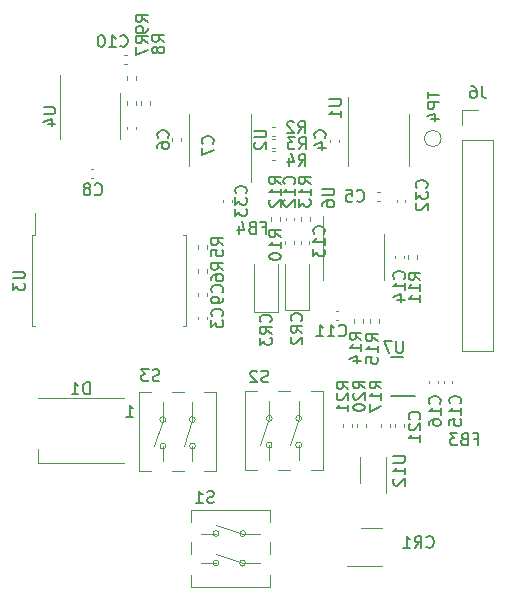
<source format=gbr>
%TF.GenerationSoftware,KiCad,Pcbnew,7.0.10*%
%TF.CreationDate,2024-03-09T04:50:20+08:00*%
%TF.ProjectId,ESP32Sensor-Sensor_board,45535033-3253-4656-9e73-6f722d53656e,rev?*%
%TF.SameCoordinates,Original*%
%TF.FileFunction,Legend,Bot*%
%TF.FilePolarity,Positive*%
%FSLAX46Y46*%
G04 Gerber Fmt 4.6, Leading zero omitted, Abs format (unit mm)*
G04 Created by KiCad (PCBNEW 7.0.10) date 2024-03-09 04:50:20*
%MOMM*%
%LPD*%
G01*
G04 APERTURE LIST*
%ADD10C,0.150000*%
%ADD11C,0.120000*%
G04 APERTURE END LIST*
D10*
X155161904Y-110007200D02*
X155019047Y-110054819D01*
X155019047Y-110054819D02*
X154780952Y-110054819D01*
X154780952Y-110054819D02*
X154685714Y-110007200D01*
X154685714Y-110007200D02*
X154638095Y-109959580D01*
X154638095Y-109959580D02*
X154590476Y-109864342D01*
X154590476Y-109864342D02*
X154590476Y-109769104D01*
X154590476Y-109769104D02*
X154638095Y-109673866D01*
X154638095Y-109673866D02*
X154685714Y-109626247D01*
X154685714Y-109626247D02*
X154780952Y-109578628D01*
X154780952Y-109578628D02*
X154971428Y-109531009D01*
X154971428Y-109531009D02*
X155066666Y-109483390D01*
X155066666Y-109483390D02*
X155114285Y-109435771D01*
X155114285Y-109435771D02*
X155161904Y-109340533D01*
X155161904Y-109340533D02*
X155161904Y-109245295D01*
X155161904Y-109245295D02*
X155114285Y-109150057D01*
X155114285Y-109150057D02*
X155066666Y-109102438D01*
X155066666Y-109102438D02*
X154971428Y-109054819D01*
X154971428Y-109054819D02*
X154733333Y-109054819D01*
X154733333Y-109054819D02*
X154590476Y-109102438D01*
X154209523Y-109150057D02*
X154161904Y-109102438D01*
X154161904Y-109102438D02*
X154066666Y-109054819D01*
X154066666Y-109054819D02*
X153828571Y-109054819D01*
X153828571Y-109054819D02*
X153733333Y-109102438D01*
X153733333Y-109102438D02*
X153685714Y-109150057D01*
X153685714Y-109150057D02*
X153638095Y-109245295D01*
X153638095Y-109245295D02*
X153638095Y-109340533D01*
X153638095Y-109340533D02*
X153685714Y-109483390D01*
X153685714Y-109483390D02*
X154257142Y-110054819D01*
X154257142Y-110054819D02*
X153638095Y-110054819D01*
X160354819Y-86038095D02*
X161164342Y-86038095D01*
X161164342Y-86038095D02*
X161259580Y-86085714D01*
X161259580Y-86085714D02*
X161307200Y-86133333D01*
X161307200Y-86133333D02*
X161354819Y-86228571D01*
X161354819Y-86228571D02*
X161354819Y-86419047D01*
X161354819Y-86419047D02*
X161307200Y-86514285D01*
X161307200Y-86514285D02*
X161259580Y-86561904D01*
X161259580Y-86561904D02*
X161164342Y-86609523D01*
X161164342Y-86609523D02*
X160354819Y-86609523D01*
X161354819Y-87609523D02*
X161354819Y-87038095D01*
X161354819Y-87323809D02*
X160354819Y-87323809D01*
X160354819Y-87323809D02*
X160497676Y-87228571D01*
X160497676Y-87228571D02*
X160592914Y-87133333D01*
X160592914Y-87133333D02*
X160640533Y-87038095D01*
X151354819Y-100533333D02*
X150878628Y-100200000D01*
X151354819Y-99961905D02*
X150354819Y-99961905D01*
X150354819Y-99961905D02*
X150354819Y-100342857D01*
X150354819Y-100342857D02*
X150402438Y-100438095D01*
X150402438Y-100438095D02*
X150450057Y-100485714D01*
X150450057Y-100485714D02*
X150545295Y-100533333D01*
X150545295Y-100533333D02*
X150688152Y-100533333D01*
X150688152Y-100533333D02*
X150783390Y-100485714D01*
X150783390Y-100485714D02*
X150831009Y-100438095D01*
X150831009Y-100438095D02*
X150878628Y-100342857D01*
X150878628Y-100342857D02*
X150878628Y-99961905D01*
X150354819Y-101390476D02*
X150354819Y-101200000D01*
X150354819Y-101200000D02*
X150402438Y-101104762D01*
X150402438Y-101104762D02*
X150450057Y-101057143D01*
X150450057Y-101057143D02*
X150592914Y-100961905D01*
X150592914Y-100961905D02*
X150783390Y-100914286D01*
X150783390Y-100914286D02*
X151164342Y-100914286D01*
X151164342Y-100914286D02*
X151259580Y-100961905D01*
X151259580Y-100961905D02*
X151307200Y-101009524D01*
X151307200Y-101009524D02*
X151354819Y-101104762D01*
X151354819Y-101104762D02*
X151354819Y-101295238D01*
X151354819Y-101295238D02*
X151307200Y-101390476D01*
X151307200Y-101390476D02*
X151259580Y-101438095D01*
X151259580Y-101438095D02*
X151164342Y-101485714D01*
X151164342Y-101485714D02*
X150926247Y-101485714D01*
X150926247Y-101485714D02*
X150831009Y-101438095D01*
X150831009Y-101438095D02*
X150783390Y-101390476D01*
X150783390Y-101390476D02*
X150735771Y-101295238D01*
X150735771Y-101295238D02*
X150735771Y-101104762D01*
X150735771Y-101104762D02*
X150783390Y-101009524D01*
X150783390Y-101009524D02*
X150831009Y-100961905D01*
X150831009Y-100961905D02*
X150926247Y-100914286D01*
X151259580Y-102418333D02*
X151307200Y-102370714D01*
X151307200Y-102370714D02*
X151354819Y-102227857D01*
X151354819Y-102227857D02*
X151354819Y-102132619D01*
X151354819Y-102132619D02*
X151307200Y-101989762D01*
X151307200Y-101989762D02*
X151211961Y-101894524D01*
X151211961Y-101894524D02*
X151116723Y-101846905D01*
X151116723Y-101846905D02*
X150926247Y-101799286D01*
X150926247Y-101799286D02*
X150783390Y-101799286D01*
X150783390Y-101799286D02*
X150592914Y-101846905D01*
X150592914Y-101846905D02*
X150497676Y-101894524D01*
X150497676Y-101894524D02*
X150402438Y-101989762D01*
X150402438Y-101989762D02*
X150354819Y-102132619D01*
X150354819Y-102132619D02*
X150354819Y-102227857D01*
X150354819Y-102227857D02*
X150402438Y-102370714D01*
X150402438Y-102370714D02*
X150450057Y-102418333D01*
X151354819Y-102894524D02*
X151354819Y-103085000D01*
X151354819Y-103085000D02*
X151307200Y-103180238D01*
X151307200Y-103180238D02*
X151259580Y-103227857D01*
X151259580Y-103227857D02*
X151116723Y-103323095D01*
X151116723Y-103323095D02*
X150926247Y-103370714D01*
X150926247Y-103370714D02*
X150545295Y-103370714D01*
X150545295Y-103370714D02*
X150450057Y-103323095D01*
X150450057Y-103323095D02*
X150402438Y-103275476D01*
X150402438Y-103275476D02*
X150354819Y-103180238D01*
X150354819Y-103180238D02*
X150354819Y-102989762D01*
X150354819Y-102989762D02*
X150402438Y-102894524D01*
X150402438Y-102894524D02*
X150450057Y-102846905D01*
X150450057Y-102846905D02*
X150545295Y-102799286D01*
X150545295Y-102799286D02*
X150783390Y-102799286D01*
X150783390Y-102799286D02*
X150878628Y-102846905D01*
X150878628Y-102846905D02*
X150926247Y-102894524D01*
X150926247Y-102894524D02*
X150973866Y-102989762D01*
X150973866Y-102989762D02*
X150973866Y-103180238D01*
X150973866Y-103180238D02*
X150926247Y-103275476D01*
X150926247Y-103275476D02*
X150878628Y-103323095D01*
X150878628Y-103323095D02*
X150783390Y-103370714D01*
X153259580Y-94057142D02*
X153307200Y-94009523D01*
X153307200Y-94009523D02*
X153354819Y-93866666D01*
X153354819Y-93866666D02*
X153354819Y-93771428D01*
X153354819Y-93771428D02*
X153307200Y-93628571D01*
X153307200Y-93628571D02*
X153211961Y-93533333D01*
X153211961Y-93533333D02*
X153116723Y-93485714D01*
X153116723Y-93485714D02*
X152926247Y-93438095D01*
X152926247Y-93438095D02*
X152783390Y-93438095D01*
X152783390Y-93438095D02*
X152592914Y-93485714D01*
X152592914Y-93485714D02*
X152497676Y-93533333D01*
X152497676Y-93533333D02*
X152402438Y-93628571D01*
X152402438Y-93628571D02*
X152354819Y-93771428D01*
X152354819Y-93771428D02*
X152354819Y-93866666D01*
X152354819Y-93866666D02*
X152402438Y-94009523D01*
X152402438Y-94009523D02*
X152450057Y-94057142D01*
X152354819Y-94390476D02*
X152354819Y-95009523D01*
X152354819Y-95009523D02*
X152735771Y-94676190D01*
X152735771Y-94676190D02*
X152735771Y-94819047D01*
X152735771Y-94819047D02*
X152783390Y-94914285D01*
X152783390Y-94914285D02*
X152831009Y-94961904D01*
X152831009Y-94961904D02*
X152926247Y-95009523D01*
X152926247Y-95009523D02*
X153164342Y-95009523D01*
X153164342Y-95009523D02*
X153259580Y-94961904D01*
X153259580Y-94961904D02*
X153307200Y-94914285D01*
X153307200Y-94914285D02*
X153354819Y-94819047D01*
X153354819Y-94819047D02*
X153354819Y-94533333D01*
X153354819Y-94533333D02*
X153307200Y-94438095D01*
X153307200Y-94438095D02*
X153259580Y-94390476D01*
X152354819Y-95342857D02*
X152354819Y-95961904D01*
X152354819Y-95961904D02*
X152735771Y-95628571D01*
X152735771Y-95628571D02*
X152735771Y-95771428D01*
X152735771Y-95771428D02*
X152783390Y-95866666D01*
X152783390Y-95866666D02*
X152831009Y-95914285D01*
X152831009Y-95914285D02*
X152926247Y-95961904D01*
X152926247Y-95961904D02*
X153164342Y-95961904D01*
X153164342Y-95961904D02*
X153259580Y-95914285D01*
X153259580Y-95914285D02*
X153307200Y-95866666D01*
X153307200Y-95866666D02*
X153354819Y-95771428D01*
X153354819Y-95771428D02*
X153354819Y-95485714D01*
X153354819Y-95485714D02*
X153307200Y-95390476D01*
X153307200Y-95390476D02*
X153259580Y-95342857D01*
X146659580Y-89333333D02*
X146707200Y-89285714D01*
X146707200Y-89285714D02*
X146754819Y-89142857D01*
X146754819Y-89142857D02*
X146754819Y-89047619D01*
X146754819Y-89047619D02*
X146707200Y-88904762D01*
X146707200Y-88904762D02*
X146611961Y-88809524D01*
X146611961Y-88809524D02*
X146516723Y-88761905D01*
X146516723Y-88761905D02*
X146326247Y-88714286D01*
X146326247Y-88714286D02*
X146183390Y-88714286D01*
X146183390Y-88714286D02*
X145992914Y-88761905D01*
X145992914Y-88761905D02*
X145897676Y-88809524D01*
X145897676Y-88809524D02*
X145802438Y-88904762D01*
X145802438Y-88904762D02*
X145754819Y-89047619D01*
X145754819Y-89047619D02*
X145754819Y-89142857D01*
X145754819Y-89142857D02*
X145802438Y-89285714D01*
X145802438Y-89285714D02*
X145850057Y-89333333D01*
X145754819Y-90190476D02*
X145754819Y-90000000D01*
X145754819Y-90000000D02*
X145802438Y-89904762D01*
X145802438Y-89904762D02*
X145850057Y-89857143D01*
X145850057Y-89857143D02*
X145992914Y-89761905D01*
X145992914Y-89761905D02*
X146183390Y-89714286D01*
X146183390Y-89714286D02*
X146564342Y-89714286D01*
X146564342Y-89714286D02*
X146659580Y-89761905D01*
X146659580Y-89761905D02*
X146707200Y-89809524D01*
X146707200Y-89809524D02*
X146754819Y-89904762D01*
X146754819Y-89904762D02*
X146754819Y-90095238D01*
X146754819Y-90095238D02*
X146707200Y-90190476D01*
X146707200Y-90190476D02*
X146659580Y-90238095D01*
X146659580Y-90238095D02*
X146564342Y-90285714D01*
X146564342Y-90285714D02*
X146326247Y-90285714D01*
X146326247Y-90285714D02*
X146231009Y-90238095D01*
X146231009Y-90238095D02*
X146183390Y-90190476D01*
X146183390Y-90190476D02*
X146135771Y-90095238D01*
X146135771Y-90095238D02*
X146135771Y-89904762D01*
X146135771Y-89904762D02*
X146183390Y-89809524D01*
X146183390Y-89809524D02*
X146231009Y-89761905D01*
X146231009Y-89761905D02*
X146326247Y-89714286D01*
X172608333Y-114847009D02*
X172941666Y-114847009D01*
X172941666Y-115370819D02*
X172941666Y-114370819D01*
X172941666Y-114370819D02*
X172465476Y-114370819D01*
X171751190Y-114847009D02*
X171608333Y-114894628D01*
X171608333Y-114894628D02*
X171560714Y-114942247D01*
X171560714Y-114942247D02*
X171513095Y-115037485D01*
X171513095Y-115037485D02*
X171513095Y-115180342D01*
X171513095Y-115180342D02*
X171560714Y-115275580D01*
X171560714Y-115275580D02*
X171608333Y-115323200D01*
X171608333Y-115323200D02*
X171703571Y-115370819D01*
X171703571Y-115370819D02*
X172084523Y-115370819D01*
X172084523Y-115370819D02*
X172084523Y-114370819D01*
X172084523Y-114370819D02*
X171751190Y-114370819D01*
X171751190Y-114370819D02*
X171655952Y-114418438D01*
X171655952Y-114418438D02*
X171608333Y-114466057D01*
X171608333Y-114466057D02*
X171560714Y-114561295D01*
X171560714Y-114561295D02*
X171560714Y-114656533D01*
X171560714Y-114656533D02*
X171608333Y-114751771D01*
X171608333Y-114751771D02*
X171655952Y-114799390D01*
X171655952Y-114799390D02*
X171751190Y-114847009D01*
X171751190Y-114847009D02*
X172084523Y-114847009D01*
X171179761Y-114370819D02*
X170560714Y-114370819D01*
X170560714Y-114370819D02*
X170894047Y-114751771D01*
X170894047Y-114751771D02*
X170751190Y-114751771D01*
X170751190Y-114751771D02*
X170655952Y-114799390D01*
X170655952Y-114799390D02*
X170608333Y-114847009D01*
X170608333Y-114847009D02*
X170560714Y-114942247D01*
X170560714Y-114942247D02*
X170560714Y-115180342D01*
X170560714Y-115180342D02*
X170608333Y-115275580D01*
X170608333Y-115275580D02*
X170655952Y-115323200D01*
X170655952Y-115323200D02*
X170751190Y-115370819D01*
X170751190Y-115370819D02*
X171036904Y-115370819D01*
X171036904Y-115370819D02*
X171132142Y-115323200D01*
X171132142Y-115323200D02*
X171179761Y-115275580D01*
X171404580Y-111823142D02*
X171452200Y-111775523D01*
X171452200Y-111775523D02*
X171499819Y-111632666D01*
X171499819Y-111632666D02*
X171499819Y-111537428D01*
X171499819Y-111537428D02*
X171452200Y-111394571D01*
X171452200Y-111394571D02*
X171356961Y-111299333D01*
X171356961Y-111299333D02*
X171261723Y-111251714D01*
X171261723Y-111251714D02*
X171071247Y-111204095D01*
X171071247Y-111204095D02*
X170928390Y-111204095D01*
X170928390Y-111204095D02*
X170737914Y-111251714D01*
X170737914Y-111251714D02*
X170642676Y-111299333D01*
X170642676Y-111299333D02*
X170547438Y-111394571D01*
X170547438Y-111394571D02*
X170499819Y-111537428D01*
X170499819Y-111537428D02*
X170499819Y-111632666D01*
X170499819Y-111632666D02*
X170547438Y-111775523D01*
X170547438Y-111775523D02*
X170595057Y-111823142D01*
X171499819Y-112775523D02*
X171499819Y-112204095D01*
X171499819Y-112489809D02*
X170499819Y-112489809D01*
X170499819Y-112489809D02*
X170642676Y-112394571D01*
X170642676Y-112394571D02*
X170737914Y-112299333D01*
X170737914Y-112299333D02*
X170785533Y-112204095D01*
X170499819Y-113680285D02*
X170499819Y-113204095D01*
X170499819Y-113204095D02*
X170976009Y-113156476D01*
X170976009Y-113156476D02*
X170928390Y-113204095D01*
X170928390Y-113204095D02*
X170880771Y-113299333D01*
X170880771Y-113299333D02*
X170880771Y-113537428D01*
X170880771Y-113537428D02*
X170928390Y-113632666D01*
X170928390Y-113632666D02*
X170976009Y-113680285D01*
X170976009Y-113680285D02*
X171071247Y-113727904D01*
X171071247Y-113727904D02*
X171309342Y-113727904D01*
X171309342Y-113727904D02*
X171404580Y-113680285D01*
X171404580Y-113680285D02*
X171452200Y-113632666D01*
X171452200Y-113632666D02*
X171499819Y-113537428D01*
X171499819Y-113537428D02*
X171499819Y-113299333D01*
X171499819Y-113299333D02*
X171452200Y-113204095D01*
X171452200Y-113204095D02*
X171404580Y-113156476D01*
X157959580Y-104833333D02*
X158007200Y-104785714D01*
X158007200Y-104785714D02*
X158054819Y-104642857D01*
X158054819Y-104642857D02*
X158054819Y-104547619D01*
X158054819Y-104547619D02*
X158007200Y-104404762D01*
X158007200Y-104404762D02*
X157911961Y-104309524D01*
X157911961Y-104309524D02*
X157816723Y-104261905D01*
X157816723Y-104261905D02*
X157626247Y-104214286D01*
X157626247Y-104214286D02*
X157483390Y-104214286D01*
X157483390Y-104214286D02*
X157292914Y-104261905D01*
X157292914Y-104261905D02*
X157197676Y-104309524D01*
X157197676Y-104309524D02*
X157102438Y-104404762D01*
X157102438Y-104404762D02*
X157054819Y-104547619D01*
X157054819Y-104547619D02*
X157054819Y-104642857D01*
X157054819Y-104642857D02*
X157102438Y-104785714D01*
X157102438Y-104785714D02*
X157150057Y-104833333D01*
X158054819Y-105833333D02*
X157578628Y-105500000D01*
X158054819Y-105261905D02*
X157054819Y-105261905D01*
X157054819Y-105261905D02*
X157054819Y-105642857D01*
X157054819Y-105642857D02*
X157102438Y-105738095D01*
X157102438Y-105738095D02*
X157150057Y-105785714D01*
X157150057Y-105785714D02*
X157245295Y-105833333D01*
X157245295Y-105833333D02*
X157388152Y-105833333D01*
X157388152Y-105833333D02*
X157483390Y-105785714D01*
X157483390Y-105785714D02*
X157531009Y-105738095D01*
X157531009Y-105738095D02*
X157578628Y-105642857D01*
X157578628Y-105642857D02*
X157578628Y-105261905D01*
X157150057Y-106214286D02*
X157102438Y-106261905D01*
X157102438Y-106261905D02*
X157054819Y-106357143D01*
X157054819Y-106357143D02*
X157054819Y-106595238D01*
X157054819Y-106595238D02*
X157102438Y-106690476D01*
X157102438Y-106690476D02*
X157150057Y-106738095D01*
X157150057Y-106738095D02*
X157245295Y-106785714D01*
X157245295Y-106785714D02*
X157340533Y-106785714D01*
X157340533Y-106785714D02*
X157483390Y-106738095D01*
X157483390Y-106738095D02*
X158054819Y-106166667D01*
X158054819Y-106166667D02*
X158054819Y-106785714D01*
X136154819Y-86738095D02*
X136964342Y-86738095D01*
X136964342Y-86738095D02*
X137059580Y-86785714D01*
X137059580Y-86785714D02*
X137107200Y-86833333D01*
X137107200Y-86833333D02*
X137154819Y-86928571D01*
X137154819Y-86928571D02*
X137154819Y-87119047D01*
X137154819Y-87119047D02*
X137107200Y-87214285D01*
X137107200Y-87214285D02*
X137059580Y-87261904D01*
X137059580Y-87261904D02*
X136964342Y-87309523D01*
X136964342Y-87309523D02*
X136154819Y-87309523D01*
X136488152Y-88214285D02*
X137154819Y-88214285D01*
X136107200Y-87976190D02*
X136821485Y-87738095D01*
X136821485Y-87738095D02*
X136821485Y-88357142D01*
X144954819Y-79533333D02*
X144478628Y-79200000D01*
X144954819Y-78961905D02*
X143954819Y-78961905D01*
X143954819Y-78961905D02*
X143954819Y-79342857D01*
X143954819Y-79342857D02*
X144002438Y-79438095D01*
X144002438Y-79438095D02*
X144050057Y-79485714D01*
X144050057Y-79485714D02*
X144145295Y-79533333D01*
X144145295Y-79533333D02*
X144288152Y-79533333D01*
X144288152Y-79533333D02*
X144383390Y-79485714D01*
X144383390Y-79485714D02*
X144431009Y-79438095D01*
X144431009Y-79438095D02*
X144478628Y-79342857D01*
X144478628Y-79342857D02*
X144478628Y-78961905D01*
X144954819Y-80009524D02*
X144954819Y-80200000D01*
X144954819Y-80200000D02*
X144907200Y-80295238D01*
X144907200Y-80295238D02*
X144859580Y-80342857D01*
X144859580Y-80342857D02*
X144716723Y-80438095D01*
X144716723Y-80438095D02*
X144526247Y-80485714D01*
X144526247Y-80485714D02*
X144145295Y-80485714D01*
X144145295Y-80485714D02*
X144050057Y-80438095D01*
X144050057Y-80438095D02*
X144002438Y-80390476D01*
X144002438Y-80390476D02*
X143954819Y-80295238D01*
X143954819Y-80295238D02*
X143954819Y-80104762D01*
X143954819Y-80104762D02*
X144002438Y-80009524D01*
X144002438Y-80009524D02*
X144050057Y-79961905D01*
X144050057Y-79961905D02*
X144145295Y-79914286D01*
X144145295Y-79914286D02*
X144383390Y-79914286D01*
X144383390Y-79914286D02*
X144478628Y-79961905D01*
X144478628Y-79961905D02*
X144526247Y-80009524D01*
X144526247Y-80009524D02*
X144573866Y-80104762D01*
X144573866Y-80104762D02*
X144573866Y-80295238D01*
X144573866Y-80295238D02*
X144526247Y-80390476D01*
X144526247Y-80390476D02*
X144478628Y-80438095D01*
X144478628Y-80438095D02*
X144383390Y-80485714D01*
X161954819Y-110597142D02*
X161478628Y-110263809D01*
X161954819Y-110025714D02*
X160954819Y-110025714D01*
X160954819Y-110025714D02*
X160954819Y-110406666D01*
X160954819Y-110406666D02*
X161002438Y-110501904D01*
X161002438Y-110501904D02*
X161050057Y-110549523D01*
X161050057Y-110549523D02*
X161145295Y-110597142D01*
X161145295Y-110597142D02*
X161288152Y-110597142D01*
X161288152Y-110597142D02*
X161383390Y-110549523D01*
X161383390Y-110549523D02*
X161431009Y-110501904D01*
X161431009Y-110501904D02*
X161478628Y-110406666D01*
X161478628Y-110406666D02*
X161478628Y-110025714D01*
X161050057Y-110978095D02*
X161002438Y-111025714D01*
X161002438Y-111025714D02*
X160954819Y-111120952D01*
X160954819Y-111120952D02*
X160954819Y-111359047D01*
X160954819Y-111359047D02*
X161002438Y-111454285D01*
X161002438Y-111454285D02*
X161050057Y-111501904D01*
X161050057Y-111501904D02*
X161145295Y-111549523D01*
X161145295Y-111549523D02*
X161240533Y-111549523D01*
X161240533Y-111549523D02*
X161383390Y-111501904D01*
X161383390Y-111501904D02*
X161954819Y-110930476D01*
X161954819Y-110930476D02*
X161954819Y-111549523D01*
X161954819Y-112501904D02*
X161954819Y-111930476D01*
X161954819Y-112216190D02*
X160954819Y-112216190D01*
X160954819Y-112216190D02*
X161097676Y-112120952D01*
X161097676Y-112120952D02*
X161192914Y-112025714D01*
X161192914Y-112025714D02*
X161240533Y-111930476D01*
X151259580Y-104433333D02*
X151307200Y-104385714D01*
X151307200Y-104385714D02*
X151354819Y-104242857D01*
X151354819Y-104242857D02*
X151354819Y-104147619D01*
X151354819Y-104147619D02*
X151307200Y-104004762D01*
X151307200Y-104004762D02*
X151211961Y-103909524D01*
X151211961Y-103909524D02*
X151116723Y-103861905D01*
X151116723Y-103861905D02*
X150926247Y-103814286D01*
X150926247Y-103814286D02*
X150783390Y-103814286D01*
X150783390Y-103814286D02*
X150592914Y-103861905D01*
X150592914Y-103861905D02*
X150497676Y-103909524D01*
X150497676Y-103909524D02*
X150402438Y-104004762D01*
X150402438Y-104004762D02*
X150354819Y-104147619D01*
X150354819Y-104147619D02*
X150354819Y-104242857D01*
X150354819Y-104242857D02*
X150402438Y-104385714D01*
X150402438Y-104385714D02*
X150450057Y-104433333D01*
X150354819Y-104766667D02*
X150354819Y-105385714D01*
X150354819Y-105385714D02*
X150735771Y-105052381D01*
X150735771Y-105052381D02*
X150735771Y-105195238D01*
X150735771Y-105195238D02*
X150783390Y-105290476D01*
X150783390Y-105290476D02*
X150831009Y-105338095D01*
X150831009Y-105338095D02*
X150926247Y-105385714D01*
X150926247Y-105385714D02*
X151164342Y-105385714D01*
X151164342Y-105385714D02*
X151259580Y-105338095D01*
X151259580Y-105338095D02*
X151307200Y-105290476D01*
X151307200Y-105290476D02*
X151354819Y-105195238D01*
X151354819Y-105195238D02*
X151354819Y-104909524D01*
X151354819Y-104909524D02*
X151307200Y-104814286D01*
X151307200Y-104814286D02*
X151259580Y-104766667D01*
X140496666Y-94109580D02*
X140544285Y-94157200D01*
X140544285Y-94157200D02*
X140687142Y-94204819D01*
X140687142Y-94204819D02*
X140782380Y-94204819D01*
X140782380Y-94204819D02*
X140925237Y-94157200D01*
X140925237Y-94157200D02*
X141020475Y-94061961D01*
X141020475Y-94061961D02*
X141068094Y-93966723D01*
X141068094Y-93966723D02*
X141115713Y-93776247D01*
X141115713Y-93776247D02*
X141115713Y-93633390D01*
X141115713Y-93633390D02*
X141068094Y-93442914D01*
X141068094Y-93442914D02*
X141020475Y-93347676D01*
X141020475Y-93347676D02*
X140925237Y-93252438D01*
X140925237Y-93252438D02*
X140782380Y-93204819D01*
X140782380Y-93204819D02*
X140687142Y-93204819D01*
X140687142Y-93204819D02*
X140544285Y-93252438D01*
X140544285Y-93252438D02*
X140496666Y-93300057D01*
X139925237Y-93633390D02*
X140020475Y-93585771D01*
X140020475Y-93585771D02*
X140068094Y-93538152D01*
X140068094Y-93538152D02*
X140115713Y-93442914D01*
X140115713Y-93442914D02*
X140115713Y-93395295D01*
X140115713Y-93395295D02*
X140068094Y-93300057D01*
X140068094Y-93300057D02*
X140020475Y-93252438D01*
X140020475Y-93252438D02*
X139925237Y-93204819D01*
X139925237Y-93204819D02*
X139734761Y-93204819D01*
X139734761Y-93204819D02*
X139639523Y-93252438D01*
X139639523Y-93252438D02*
X139591904Y-93300057D01*
X139591904Y-93300057D02*
X139544285Y-93395295D01*
X139544285Y-93395295D02*
X139544285Y-93442914D01*
X139544285Y-93442914D02*
X139591904Y-93538152D01*
X139591904Y-93538152D02*
X139639523Y-93585771D01*
X139639523Y-93585771D02*
X139734761Y-93633390D01*
X139734761Y-93633390D02*
X139925237Y-93633390D01*
X139925237Y-93633390D02*
X140020475Y-93681009D01*
X140020475Y-93681009D02*
X140068094Y-93728628D01*
X140068094Y-93728628D02*
X140115713Y-93823866D01*
X140115713Y-93823866D02*
X140115713Y-94014342D01*
X140115713Y-94014342D02*
X140068094Y-94109580D01*
X140068094Y-94109580D02*
X140020475Y-94157200D01*
X140020475Y-94157200D02*
X139925237Y-94204819D01*
X139925237Y-94204819D02*
X139734761Y-94204819D01*
X139734761Y-94204819D02*
X139639523Y-94157200D01*
X139639523Y-94157200D02*
X139591904Y-94109580D01*
X139591904Y-94109580D02*
X139544285Y-94014342D01*
X139544285Y-94014342D02*
X139544285Y-93823866D01*
X139544285Y-93823866D02*
X139591904Y-93728628D01*
X139591904Y-93728628D02*
X139639523Y-93681009D01*
X139639523Y-93681009D02*
X139734761Y-93633390D01*
X156254819Y-93257142D02*
X155778628Y-92923809D01*
X156254819Y-92685714D02*
X155254819Y-92685714D01*
X155254819Y-92685714D02*
X155254819Y-93066666D01*
X155254819Y-93066666D02*
X155302438Y-93161904D01*
X155302438Y-93161904D02*
X155350057Y-93209523D01*
X155350057Y-93209523D02*
X155445295Y-93257142D01*
X155445295Y-93257142D02*
X155588152Y-93257142D01*
X155588152Y-93257142D02*
X155683390Y-93209523D01*
X155683390Y-93209523D02*
X155731009Y-93161904D01*
X155731009Y-93161904D02*
X155778628Y-93066666D01*
X155778628Y-93066666D02*
X155778628Y-92685714D01*
X156254819Y-94209523D02*
X156254819Y-93638095D01*
X156254819Y-93923809D02*
X155254819Y-93923809D01*
X155254819Y-93923809D02*
X155397676Y-93828571D01*
X155397676Y-93828571D02*
X155492914Y-93733333D01*
X155492914Y-93733333D02*
X155540533Y-93638095D01*
X155350057Y-94590476D02*
X155302438Y-94638095D01*
X155302438Y-94638095D02*
X155254819Y-94733333D01*
X155254819Y-94733333D02*
X155254819Y-94971428D01*
X155254819Y-94971428D02*
X155302438Y-95066666D01*
X155302438Y-95066666D02*
X155350057Y-95114285D01*
X155350057Y-95114285D02*
X155445295Y-95161904D01*
X155445295Y-95161904D02*
X155540533Y-95161904D01*
X155540533Y-95161904D02*
X155683390Y-95114285D01*
X155683390Y-95114285D02*
X156254819Y-94542857D01*
X156254819Y-94542857D02*
X156254819Y-95161904D01*
X157716666Y-88944819D02*
X158049999Y-88468628D01*
X158288094Y-88944819D02*
X158288094Y-87944819D01*
X158288094Y-87944819D02*
X157907142Y-87944819D01*
X157907142Y-87944819D02*
X157811904Y-87992438D01*
X157811904Y-87992438D02*
X157764285Y-88040057D01*
X157764285Y-88040057D02*
X157716666Y-88135295D01*
X157716666Y-88135295D02*
X157716666Y-88278152D01*
X157716666Y-88278152D02*
X157764285Y-88373390D01*
X157764285Y-88373390D02*
X157811904Y-88421009D01*
X157811904Y-88421009D02*
X157907142Y-88468628D01*
X157907142Y-88468628D02*
X158288094Y-88468628D01*
X157335713Y-88040057D02*
X157288094Y-87992438D01*
X157288094Y-87992438D02*
X157192856Y-87944819D01*
X157192856Y-87944819D02*
X156954761Y-87944819D01*
X156954761Y-87944819D02*
X156859523Y-87992438D01*
X156859523Y-87992438D02*
X156811904Y-88040057D01*
X156811904Y-88040057D02*
X156764285Y-88135295D01*
X156764285Y-88135295D02*
X156764285Y-88230533D01*
X156764285Y-88230533D02*
X156811904Y-88373390D01*
X156811904Y-88373390D02*
X157383332Y-88944819D01*
X157383332Y-88944819D02*
X156764285Y-88944819D01*
X161142857Y-106059580D02*
X161190476Y-106107200D01*
X161190476Y-106107200D02*
X161333333Y-106154819D01*
X161333333Y-106154819D02*
X161428571Y-106154819D01*
X161428571Y-106154819D02*
X161571428Y-106107200D01*
X161571428Y-106107200D02*
X161666666Y-106011961D01*
X161666666Y-106011961D02*
X161714285Y-105916723D01*
X161714285Y-105916723D02*
X161761904Y-105726247D01*
X161761904Y-105726247D02*
X161761904Y-105583390D01*
X161761904Y-105583390D02*
X161714285Y-105392914D01*
X161714285Y-105392914D02*
X161666666Y-105297676D01*
X161666666Y-105297676D02*
X161571428Y-105202438D01*
X161571428Y-105202438D02*
X161428571Y-105154819D01*
X161428571Y-105154819D02*
X161333333Y-105154819D01*
X161333333Y-105154819D02*
X161190476Y-105202438D01*
X161190476Y-105202438D02*
X161142857Y-105250057D01*
X160190476Y-106154819D02*
X160761904Y-106154819D01*
X160476190Y-106154819D02*
X160476190Y-105154819D01*
X160476190Y-105154819D02*
X160571428Y-105297676D01*
X160571428Y-105297676D02*
X160666666Y-105392914D01*
X160666666Y-105392914D02*
X160761904Y-105440533D01*
X159238095Y-106154819D02*
X159809523Y-106154819D01*
X159523809Y-106154819D02*
X159523809Y-105154819D01*
X159523809Y-105154819D02*
X159619047Y-105297676D01*
X159619047Y-105297676D02*
X159714285Y-105392914D01*
X159714285Y-105392914D02*
X159809523Y-105440533D01*
X157359580Y-93257142D02*
X157407200Y-93209523D01*
X157407200Y-93209523D02*
X157454819Y-93066666D01*
X157454819Y-93066666D02*
X157454819Y-92971428D01*
X157454819Y-92971428D02*
X157407200Y-92828571D01*
X157407200Y-92828571D02*
X157311961Y-92733333D01*
X157311961Y-92733333D02*
X157216723Y-92685714D01*
X157216723Y-92685714D02*
X157026247Y-92638095D01*
X157026247Y-92638095D02*
X156883390Y-92638095D01*
X156883390Y-92638095D02*
X156692914Y-92685714D01*
X156692914Y-92685714D02*
X156597676Y-92733333D01*
X156597676Y-92733333D02*
X156502438Y-92828571D01*
X156502438Y-92828571D02*
X156454819Y-92971428D01*
X156454819Y-92971428D02*
X156454819Y-93066666D01*
X156454819Y-93066666D02*
X156502438Y-93209523D01*
X156502438Y-93209523D02*
X156550057Y-93257142D01*
X157454819Y-94209523D02*
X157454819Y-93638095D01*
X157454819Y-93923809D02*
X156454819Y-93923809D01*
X156454819Y-93923809D02*
X156597676Y-93828571D01*
X156597676Y-93828571D02*
X156692914Y-93733333D01*
X156692914Y-93733333D02*
X156740533Y-93638095D01*
X156550057Y-94590476D02*
X156502438Y-94638095D01*
X156502438Y-94638095D02*
X156454819Y-94733333D01*
X156454819Y-94733333D02*
X156454819Y-94971428D01*
X156454819Y-94971428D02*
X156502438Y-95066666D01*
X156502438Y-95066666D02*
X156550057Y-95114285D01*
X156550057Y-95114285D02*
X156645295Y-95161904D01*
X156645295Y-95161904D02*
X156740533Y-95161904D01*
X156740533Y-95161904D02*
X156883390Y-95114285D01*
X156883390Y-95114285D02*
X157454819Y-94542857D01*
X157454819Y-94542857D02*
X157454819Y-95161904D01*
X157766666Y-90304819D02*
X158099999Y-89828628D01*
X158338094Y-90304819D02*
X158338094Y-89304819D01*
X158338094Y-89304819D02*
X157957142Y-89304819D01*
X157957142Y-89304819D02*
X157861904Y-89352438D01*
X157861904Y-89352438D02*
X157814285Y-89400057D01*
X157814285Y-89400057D02*
X157766666Y-89495295D01*
X157766666Y-89495295D02*
X157766666Y-89638152D01*
X157766666Y-89638152D02*
X157814285Y-89733390D01*
X157814285Y-89733390D02*
X157861904Y-89781009D01*
X157861904Y-89781009D02*
X157957142Y-89828628D01*
X157957142Y-89828628D02*
X158338094Y-89828628D01*
X157433332Y-89304819D02*
X156814285Y-89304819D01*
X156814285Y-89304819D02*
X157147618Y-89685771D01*
X157147618Y-89685771D02*
X157004761Y-89685771D01*
X157004761Y-89685771D02*
X156909523Y-89733390D01*
X156909523Y-89733390D02*
X156861904Y-89781009D01*
X156861904Y-89781009D02*
X156814285Y-89876247D01*
X156814285Y-89876247D02*
X156814285Y-90114342D01*
X156814285Y-90114342D02*
X156861904Y-90209580D01*
X156861904Y-90209580D02*
X156909523Y-90257200D01*
X156909523Y-90257200D02*
X157004761Y-90304819D01*
X157004761Y-90304819D02*
X157290475Y-90304819D01*
X157290475Y-90304819D02*
X157385713Y-90257200D01*
X157385713Y-90257200D02*
X157433332Y-90209580D01*
X163054819Y-106457142D02*
X162578628Y-106123809D01*
X163054819Y-105885714D02*
X162054819Y-105885714D01*
X162054819Y-105885714D02*
X162054819Y-106266666D01*
X162054819Y-106266666D02*
X162102438Y-106361904D01*
X162102438Y-106361904D02*
X162150057Y-106409523D01*
X162150057Y-106409523D02*
X162245295Y-106457142D01*
X162245295Y-106457142D02*
X162388152Y-106457142D01*
X162388152Y-106457142D02*
X162483390Y-106409523D01*
X162483390Y-106409523D02*
X162531009Y-106361904D01*
X162531009Y-106361904D02*
X162578628Y-106266666D01*
X162578628Y-106266666D02*
X162578628Y-105885714D01*
X163054819Y-107409523D02*
X163054819Y-106838095D01*
X163054819Y-107123809D02*
X162054819Y-107123809D01*
X162054819Y-107123809D02*
X162197676Y-107028571D01*
X162197676Y-107028571D02*
X162292914Y-106933333D01*
X162292914Y-106933333D02*
X162340533Y-106838095D01*
X162388152Y-108266666D02*
X163054819Y-108266666D01*
X162007200Y-108028571D02*
X162721485Y-107790476D01*
X162721485Y-107790476D02*
X162721485Y-108409523D01*
X173233333Y-84964819D02*
X173233333Y-85679104D01*
X173233333Y-85679104D02*
X173280952Y-85821961D01*
X173280952Y-85821961D02*
X173376190Y-85917200D01*
X173376190Y-85917200D02*
X173519047Y-85964819D01*
X173519047Y-85964819D02*
X173614285Y-85964819D01*
X172328571Y-84964819D02*
X172519047Y-84964819D01*
X172519047Y-84964819D02*
X172614285Y-85012438D01*
X172614285Y-85012438D02*
X172661904Y-85060057D01*
X172661904Y-85060057D02*
X172757142Y-85202914D01*
X172757142Y-85202914D02*
X172804761Y-85393390D01*
X172804761Y-85393390D02*
X172804761Y-85774342D01*
X172804761Y-85774342D02*
X172757142Y-85869580D01*
X172757142Y-85869580D02*
X172709523Y-85917200D01*
X172709523Y-85917200D02*
X172614285Y-85964819D01*
X172614285Y-85964819D02*
X172423809Y-85964819D01*
X172423809Y-85964819D02*
X172328571Y-85917200D01*
X172328571Y-85917200D02*
X172280952Y-85869580D01*
X172280952Y-85869580D02*
X172233333Y-85774342D01*
X172233333Y-85774342D02*
X172233333Y-85536247D01*
X172233333Y-85536247D02*
X172280952Y-85441009D01*
X172280952Y-85441009D02*
X172328571Y-85393390D01*
X172328571Y-85393390D02*
X172423809Y-85345771D01*
X172423809Y-85345771D02*
X172614285Y-85345771D01*
X172614285Y-85345771D02*
X172709523Y-85393390D01*
X172709523Y-85393390D02*
X172757142Y-85441009D01*
X172757142Y-85441009D02*
X172804761Y-85536247D01*
X159754819Y-93638095D02*
X160564342Y-93638095D01*
X160564342Y-93638095D02*
X160659580Y-93685714D01*
X160659580Y-93685714D02*
X160707200Y-93733333D01*
X160707200Y-93733333D02*
X160754819Y-93828571D01*
X160754819Y-93828571D02*
X160754819Y-94019047D01*
X160754819Y-94019047D02*
X160707200Y-94114285D01*
X160707200Y-94114285D02*
X160659580Y-94161904D01*
X160659580Y-94161904D02*
X160564342Y-94209523D01*
X160564342Y-94209523D02*
X159754819Y-94209523D01*
X159754819Y-95114285D02*
X159754819Y-94923809D01*
X159754819Y-94923809D02*
X159802438Y-94828571D01*
X159802438Y-94828571D02*
X159850057Y-94780952D01*
X159850057Y-94780952D02*
X159992914Y-94685714D01*
X159992914Y-94685714D02*
X160183390Y-94638095D01*
X160183390Y-94638095D02*
X160564342Y-94638095D01*
X160564342Y-94638095D02*
X160659580Y-94685714D01*
X160659580Y-94685714D02*
X160707200Y-94733333D01*
X160707200Y-94733333D02*
X160754819Y-94828571D01*
X160754819Y-94828571D02*
X160754819Y-95019047D01*
X160754819Y-95019047D02*
X160707200Y-95114285D01*
X160707200Y-95114285D02*
X160659580Y-95161904D01*
X160659580Y-95161904D02*
X160564342Y-95209523D01*
X160564342Y-95209523D02*
X160326247Y-95209523D01*
X160326247Y-95209523D02*
X160231009Y-95161904D01*
X160231009Y-95161904D02*
X160183390Y-95114285D01*
X160183390Y-95114285D02*
X160135771Y-95019047D01*
X160135771Y-95019047D02*
X160135771Y-94828571D01*
X160135771Y-94828571D02*
X160183390Y-94733333D01*
X160183390Y-94733333D02*
X160231009Y-94685714D01*
X160231009Y-94685714D02*
X160326247Y-94638095D01*
X168054819Y-101357142D02*
X167578628Y-101023809D01*
X168054819Y-100785714D02*
X167054819Y-100785714D01*
X167054819Y-100785714D02*
X167054819Y-101166666D01*
X167054819Y-101166666D02*
X167102438Y-101261904D01*
X167102438Y-101261904D02*
X167150057Y-101309523D01*
X167150057Y-101309523D02*
X167245295Y-101357142D01*
X167245295Y-101357142D02*
X167388152Y-101357142D01*
X167388152Y-101357142D02*
X167483390Y-101309523D01*
X167483390Y-101309523D02*
X167531009Y-101261904D01*
X167531009Y-101261904D02*
X167578628Y-101166666D01*
X167578628Y-101166666D02*
X167578628Y-100785714D01*
X168054819Y-102309523D02*
X168054819Y-101738095D01*
X168054819Y-102023809D02*
X167054819Y-102023809D01*
X167054819Y-102023809D02*
X167197676Y-101928571D01*
X167197676Y-101928571D02*
X167292914Y-101833333D01*
X167292914Y-101833333D02*
X167340533Y-101738095D01*
X168054819Y-103261904D02*
X168054819Y-102690476D01*
X168054819Y-102976190D02*
X167054819Y-102976190D01*
X167054819Y-102976190D02*
X167197676Y-102880952D01*
X167197676Y-102880952D02*
X167292914Y-102785714D01*
X167292914Y-102785714D02*
X167340533Y-102690476D01*
X164754819Y-110567142D02*
X164278628Y-110233809D01*
X164754819Y-109995714D02*
X163754819Y-109995714D01*
X163754819Y-109995714D02*
X163754819Y-110376666D01*
X163754819Y-110376666D02*
X163802438Y-110471904D01*
X163802438Y-110471904D02*
X163850057Y-110519523D01*
X163850057Y-110519523D02*
X163945295Y-110567142D01*
X163945295Y-110567142D02*
X164088152Y-110567142D01*
X164088152Y-110567142D02*
X164183390Y-110519523D01*
X164183390Y-110519523D02*
X164231009Y-110471904D01*
X164231009Y-110471904D02*
X164278628Y-110376666D01*
X164278628Y-110376666D02*
X164278628Y-109995714D01*
X164754819Y-111519523D02*
X164754819Y-110948095D01*
X164754819Y-111233809D02*
X163754819Y-111233809D01*
X163754819Y-111233809D02*
X163897676Y-111138571D01*
X163897676Y-111138571D02*
X163992914Y-111043333D01*
X163992914Y-111043333D02*
X164040533Y-110948095D01*
X163754819Y-111852857D02*
X163754819Y-112519523D01*
X163754819Y-112519523D02*
X164754819Y-112090952D01*
X168566666Y-123959580D02*
X168614285Y-124007200D01*
X168614285Y-124007200D02*
X168757142Y-124054819D01*
X168757142Y-124054819D02*
X168852380Y-124054819D01*
X168852380Y-124054819D02*
X168995237Y-124007200D01*
X168995237Y-124007200D02*
X169090475Y-123911961D01*
X169090475Y-123911961D02*
X169138094Y-123816723D01*
X169138094Y-123816723D02*
X169185713Y-123626247D01*
X169185713Y-123626247D02*
X169185713Y-123483390D01*
X169185713Y-123483390D02*
X169138094Y-123292914D01*
X169138094Y-123292914D02*
X169090475Y-123197676D01*
X169090475Y-123197676D02*
X168995237Y-123102438D01*
X168995237Y-123102438D02*
X168852380Y-123054819D01*
X168852380Y-123054819D02*
X168757142Y-123054819D01*
X168757142Y-123054819D02*
X168614285Y-123102438D01*
X168614285Y-123102438D02*
X168566666Y-123150057D01*
X167566666Y-124054819D02*
X167899999Y-123578628D01*
X168138094Y-124054819D02*
X168138094Y-123054819D01*
X168138094Y-123054819D02*
X167757142Y-123054819D01*
X167757142Y-123054819D02*
X167661904Y-123102438D01*
X167661904Y-123102438D02*
X167614285Y-123150057D01*
X167614285Y-123150057D02*
X167566666Y-123245295D01*
X167566666Y-123245295D02*
X167566666Y-123388152D01*
X167566666Y-123388152D02*
X167614285Y-123483390D01*
X167614285Y-123483390D02*
X167661904Y-123531009D01*
X167661904Y-123531009D02*
X167757142Y-123578628D01*
X167757142Y-123578628D02*
X168138094Y-123578628D01*
X166614285Y-124054819D02*
X167185713Y-124054819D01*
X166899999Y-124054819D02*
X166899999Y-123054819D01*
X166899999Y-123054819D02*
X166995237Y-123197676D01*
X166995237Y-123197676D02*
X167090475Y-123292914D01*
X167090475Y-123292914D02*
X167185713Y-123340533D01*
X158754819Y-93257142D02*
X158278628Y-92923809D01*
X158754819Y-92685714D02*
X157754819Y-92685714D01*
X157754819Y-92685714D02*
X157754819Y-93066666D01*
X157754819Y-93066666D02*
X157802438Y-93161904D01*
X157802438Y-93161904D02*
X157850057Y-93209523D01*
X157850057Y-93209523D02*
X157945295Y-93257142D01*
X157945295Y-93257142D02*
X158088152Y-93257142D01*
X158088152Y-93257142D02*
X158183390Y-93209523D01*
X158183390Y-93209523D02*
X158231009Y-93161904D01*
X158231009Y-93161904D02*
X158278628Y-93066666D01*
X158278628Y-93066666D02*
X158278628Y-92685714D01*
X158754819Y-94209523D02*
X158754819Y-93638095D01*
X158754819Y-93923809D02*
X157754819Y-93923809D01*
X157754819Y-93923809D02*
X157897676Y-93828571D01*
X157897676Y-93828571D02*
X157992914Y-93733333D01*
X157992914Y-93733333D02*
X158040533Y-93638095D01*
X157754819Y-94542857D02*
X157754819Y-95161904D01*
X157754819Y-95161904D02*
X158135771Y-94828571D01*
X158135771Y-94828571D02*
X158135771Y-94971428D01*
X158135771Y-94971428D02*
X158183390Y-95066666D01*
X158183390Y-95066666D02*
X158231009Y-95114285D01*
X158231009Y-95114285D02*
X158326247Y-95161904D01*
X158326247Y-95161904D02*
X158564342Y-95161904D01*
X158564342Y-95161904D02*
X158659580Y-95114285D01*
X158659580Y-95114285D02*
X158707200Y-95066666D01*
X158707200Y-95066666D02*
X158754819Y-94971428D01*
X158754819Y-94971428D02*
X158754819Y-94685714D01*
X158754819Y-94685714D02*
X158707200Y-94590476D01*
X158707200Y-94590476D02*
X158659580Y-94542857D01*
X155359580Y-104933333D02*
X155407200Y-104885714D01*
X155407200Y-104885714D02*
X155454819Y-104742857D01*
X155454819Y-104742857D02*
X155454819Y-104647619D01*
X155454819Y-104647619D02*
X155407200Y-104504762D01*
X155407200Y-104504762D02*
X155311961Y-104409524D01*
X155311961Y-104409524D02*
X155216723Y-104361905D01*
X155216723Y-104361905D02*
X155026247Y-104314286D01*
X155026247Y-104314286D02*
X154883390Y-104314286D01*
X154883390Y-104314286D02*
X154692914Y-104361905D01*
X154692914Y-104361905D02*
X154597676Y-104409524D01*
X154597676Y-104409524D02*
X154502438Y-104504762D01*
X154502438Y-104504762D02*
X154454819Y-104647619D01*
X154454819Y-104647619D02*
X154454819Y-104742857D01*
X154454819Y-104742857D02*
X154502438Y-104885714D01*
X154502438Y-104885714D02*
X154550057Y-104933333D01*
X155454819Y-105933333D02*
X154978628Y-105600000D01*
X155454819Y-105361905D02*
X154454819Y-105361905D01*
X154454819Y-105361905D02*
X154454819Y-105742857D01*
X154454819Y-105742857D02*
X154502438Y-105838095D01*
X154502438Y-105838095D02*
X154550057Y-105885714D01*
X154550057Y-105885714D02*
X154645295Y-105933333D01*
X154645295Y-105933333D02*
X154788152Y-105933333D01*
X154788152Y-105933333D02*
X154883390Y-105885714D01*
X154883390Y-105885714D02*
X154931009Y-105838095D01*
X154931009Y-105838095D02*
X154978628Y-105742857D01*
X154978628Y-105742857D02*
X154978628Y-105361905D01*
X154454819Y-106266667D02*
X154454819Y-106885714D01*
X154454819Y-106885714D02*
X154835771Y-106552381D01*
X154835771Y-106552381D02*
X154835771Y-106695238D01*
X154835771Y-106695238D02*
X154883390Y-106790476D01*
X154883390Y-106790476D02*
X154931009Y-106838095D01*
X154931009Y-106838095D02*
X155026247Y-106885714D01*
X155026247Y-106885714D02*
X155264342Y-106885714D01*
X155264342Y-106885714D02*
X155359580Y-106838095D01*
X155359580Y-106838095D02*
X155407200Y-106790476D01*
X155407200Y-106790476D02*
X155454819Y-106695238D01*
X155454819Y-106695238D02*
X155454819Y-106409524D01*
X155454819Y-106409524D02*
X155407200Y-106314286D01*
X155407200Y-106314286D02*
X155359580Y-106266667D01*
X150561904Y-120207200D02*
X150419047Y-120254819D01*
X150419047Y-120254819D02*
X150180952Y-120254819D01*
X150180952Y-120254819D02*
X150085714Y-120207200D01*
X150085714Y-120207200D02*
X150038095Y-120159580D01*
X150038095Y-120159580D02*
X149990476Y-120064342D01*
X149990476Y-120064342D02*
X149990476Y-119969104D01*
X149990476Y-119969104D02*
X150038095Y-119873866D01*
X150038095Y-119873866D02*
X150085714Y-119826247D01*
X150085714Y-119826247D02*
X150180952Y-119778628D01*
X150180952Y-119778628D02*
X150371428Y-119731009D01*
X150371428Y-119731009D02*
X150466666Y-119683390D01*
X150466666Y-119683390D02*
X150514285Y-119635771D01*
X150514285Y-119635771D02*
X150561904Y-119540533D01*
X150561904Y-119540533D02*
X150561904Y-119445295D01*
X150561904Y-119445295D02*
X150514285Y-119350057D01*
X150514285Y-119350057D02*
X150466666Y-119302438D01*
X150466666Y-119302438D02*
X150371428Y-119254819D01*
X150371428Y-119254819D02*
X150133333Y-119254819D01*
X150133333Y-119254819D02*
X149990476Y-119302438D01*
X149038095Y-120254819D02*
X149609523Y-120254819D01*
X149323809Y-120254819D02*
X149323809Y-119254819D01*
X149323809Y-119254819D02*
X149419047Y-119397676D01*
X149419047Y-119397676D02*
X149514285Y-119492914D01*
X149514285Y-119492914D02*
X149609523Y-119540533D01*
X154633333Y-96931009D02*
X154966666Y-96931009D01*
X154966666Y-97454819D02*
X154966666Y-96454819D01*
X154966666Y-96454819D02*
X154490476Y-96454819D01*
X153776190Y-96931009D02*
X153633333Y-96978628D01*
X153633333Y-96978628D02*
X153585714Y-97026247D01*
X153585714Y-97026247D02*
X153538095Y-97121485D01*
X153538095Y-97121485D02*
X153538095Y-97264342D01*
X153538095Y-97264342D02*
X153585714Y-97359580D01*
X153585714Y-97359580D02*
X153633333Y-97407200D01*
X153633333Y-97407200D02*
X153728571Y-97454819D01*
X153728571Y-97454819D02*
X154109523Y-97454819D01*
X154109523Y-97454819D02*
X154109523Y-96454819D01*
X154109523Y-96454819D02*
X153776190Y-96454819D01*
X153776190Y-96454819D02*
X153680952Y-96502438D01*
X153680952Y-96502438D02*
X153633333Y-96550057D01*
X153633333Y-96550057D02*
X153585714Y-96645295D01*
X153585714Y-96645295D02*
X153585714Y-96740533D01*
X153585714Y-96740533D02*
X153633333Y-96835771D01*
X153633333Y-96835771D02*
X153680952Y-96883390D01*
X153680952Y-96883390D02*
X153776190Y-96931009D01*
X153776190Y-96931009D02*
X154109523Y-96931009D01*
X152680952Y-96788152D02*
X152680952Y-97454819D01*
X152919047Y-96407200D02*
X153157142Y-97121485D01*
X153157142Y-97121485D02*
X152538095Y-97121485D01*
X165754819Y-116261905D02*
X166564342Y-116261905D01*
X166564342Y-116261905D02*
X166659580Y-116309524D01*
X166659580Y-116309524D02*
X166707200Y-116357143D01*
X166707200Y-116357143D02*
X166754819Y-116452381D01*
X166754819Y-116452381D02*
X166754819Y-116642857D01*
X166754819Y-116642857D02*
X166707200Y-116738095D01*
X166707200Y-116738095D02*
X166659580Y-116785714D01*
X166659580Y-116785714D02*
X166564342Y-116833333D01*
X166564342Y-116833333D02*
X165754819Y-116833333D01*
X166754819Y-117833333D02*
X166754819Y-117261905D01*
X166754819Y-117547619D02*
X165754819Y-117547619D01*
X165754819Y-117547619D02*
X165897676Y-117452381D01*
X165897676Y-117452381D02*
X165992914Y-117357143D01*
X165992914Y-117357143D02*
X166040533Y-117261905D01*
X165850057Y-118214286D02*
X165802438Y-118261905D01*
X165802438Y-118261905D02*
X165754819Y-118357143D01*
X165754819Y-118357143D02*
X165754819Y-118595238D01*
X165754819Y-118595238D02*
X165802438Y-118690476D01*
X165802438Y-118690476D02*
X165850057Y-118738095D01*
X165850057Y-118738095D02*
X165945295Y-118785714D01*
X165945295Y-118785714D02*
X166040533Y-118785714D01*
X166040533Y-118785714D02*
X166183390Y-118738095D01*
X166183390Y-118738095D02*
X166754819Y-118166667D01*
X166754819Y-118166667D02*
X166754819Y-118785714D01*
X157746666Y-91714819D02*
X158079999Y-91238628D01*
X158318094Y-91714819D02*
X158318094Y-90714819D01*
X158318094Y-90714819D02*
X157937142Y-90714819D01*
X157937142Y-90714819D02*
X157841904Y-90762438D01*
X157841904Y-90762438D02*
X157794285Y-90810057D01*
X157794285Y-90810057D02*
X157746666Y-90905295D01*
X157746666Y-90905295D02*
X157746666Y-91048152D01*
X157746666Y-91048152D02*
X157794285Y-91143390D01*
X157794285Y-91143390D02*
X157841904Y-91191009D01*
X157841904Y-91191009D02*
X157937142Y-91238628D01*
X157937142Y-91238628D02*
X158318094Y-91238628D01*
X156889523Y-91048152D02*
X156889523Y-91714819D01*
X157127618Y-90667200D02*
X157365713Y-91381485D01*
X157365713Y-91381485D02*
X156746666Y-91381485D01*
X159859580Y-97457142D02*
X159907200Y-97409523D01*
X159907200Y-97409523D02*
X159954819Y-97266666D01*
X159954819Y-97266666D02*
X159954819Y-97171428D01*
X159954819Y-97171428D02*
X159907200Y-97028571D01*
X159907200Y-97028571D02*
X159811961Y-96933333D01*
X159811961Y-96933333D02*
X159716723Y-96885714D01*
X159716723Y-96885714D02*
X159526247Y-96838095D01*
X159526247Y-96838095D02*
X159383390Y-96838095D01*
X159383390Y-96838095D02*
X159192914Y-96885714D01*
X159192914Y-96885714D02*
X159097676Y-96933333D01*
X159097676Y-96933333D02*
X159002438Y-97028571D01*
X159002438Y-97028571D02*
X158954819Y-97171428D01*
X158954819Y-97171428D02*
X158954819Y-97266666D01*
X158954819Y-97266666D02*
X159002438Y-97409523D01*
X159002438Y-97409523D02*
X159050057Y-97457142D01*
X159954819Y-98409523D02*
X159954819Y-97838095D01*
X159954819Y-98123809D02*
X158954819Y-98123809D01*
X158954819Y-98123809D02*
X159097676Y-98028571D01*
X159097676Y-98028571D02*
X159192914Y-97933333D01*
X159192914Y-97933333D02*
X159240533Y-97838095D01*
X158954819Y-98742857D02*
X158954819Y-99361904D01*
X158954819Y-99361904D02*
X159335771Y-99028571D01*
X159335771Y-99028571D02*
X159335771Y-99171428D01*
X159335771Y-99171428D02*
X159383390Y-99266666D01*
X159383390Y-99266666D02*
X159431009Y-99314285D01*
X159431009Y-99314285D02*
X159526247Y-99361904D01*
X159526247Y-99361904D02*
X159764342Y-99361904D01*
X159764342Y-99361904D02*
X159859580Y-99314285D01*
X159859580Y-99314285D02*
X159907200Y-99266666D01*
X159907200Y-99266666D02*
X159954819Y-99171428D01*
X159954819Y-99171428D02*
X159954819Y-98885714D01*
X159954819Y-98885714D02*
X159907200Y-98790476D01*
X159907200Y-98790476D02*
X159859580Y-98742857D01*
X150459580Y-89833333D02*
X150507200Y-89785714D01*
X150507200Y-89785714D02*
X150554819Y-89642857D01*
X150554819Y-89642857D02*
X150554819Y-89547619D01*
X150554819Y-89547619D02*
X150507200Y-89404762D01*
X150507200Y-89404762D02*
X150411961Y-89309524D01*
X150411961Y-89309524D02*
X150316723Y-89261905D01*
X150316723Y-89261905D02*
X150126247Y-89214286D01*
X150126247Y-89214286D02*
X149983390Y-89214286D01*
X149983390Y-89214286D02*
X149792914Y-89261905D01*
X149792914Y-89261905D02*
X149697676Y-89309524D01*
X149697676Y-89309524D02*
X149602438Y-89404762D01*
X149602438Y-89404762D02*
X149554819Y-89547619D01*
X149554819Y-89547619D02*
X149554819Y-89642857D01*
X149554819Y-89642857D02*
X149602438Y-89785714D01*
X149602438Y-89785714D02*
X149650057Y-89833333D01*
X149554819Y-90166667D02*
X149554819Y-90833333D01*
X149554819Y-90833333D02*
X150554819Y-90404762D01*
X159959580Y-89333333D02*
X160007200Y-89285714D01*
X160007200Y-89285714D02*
X160054819Y-89142857D01*
X160054819Y-89142857D02*
X160054819Y-89047619D01*
X160054819Y-89047619D02*
X160007200Y-88904762D01*
X160007200Y-88904762D02*
X159911961Y-88809524D01*
X159911961Y-88809524D02*
X159816723Y-88761905D01*
X159816723Y-88761905D02*
X159626247Y-88714286D01*
X159626247Y-88714286D02*
X159483390Y-88714286D01*
X159483390Y-88714286D02*
X159292914Y-88761905D01*
X159292914Y-88761905D02*
X159197676Y-88809524D01*
X159197676Y-88809524D02*
X159102438Y-88904762D01*
X159102438Y-88904762D02*
X159054819Y-89047619D01*
X159054819Y-89047619D02*
X159054819Y-89142857D01*
X159054819Y-89142857D02*
X159102438Y-89285714D01*
X159102438Y-89285714D02*
X159150057Y-89333333D01*
X159388152Y-90190476D02*
X160054819Y-90190476D01*
X159007200Y-89952381D02*
X159721485Y-89714286D01*
X159721485Y-89714286D02*
X159721485Y-90333333D01*
X166659580Y-101257142D02*
X166707200Y-101209523D01*
X166707200Y-101209523D02*
X166754819Y-101066666D01*
X166754819Y-101066666D02*
X166754819Y-100971428D01*
X166754819Y-100971428D02*
X166707200Y-100828571D01*
X166707200Y-100828571D02*
X166611961Y-100733333D01*
X166611961Y-100733333D02*
X166516723Y-100685714D01*
X166516723Y-100685714D02*
X166326247Y-100638095D01*
X166326247Y-100638095D02*
X166183390Y-100638095D01*
X166183390Y-100638095D02*
X165992914Y-100685714D01*
X165992914Y-100685714D02*
X165897676Y-100733333D01*
X165897676Y-100733333D02*
X165802438Y-100828571D01*
X165802438Y-100828571D02*
X165754819Y-100971428D01*
X165754819Y-100971428D02*
X165754819Y-101066666D01*
X165754819Y-101066666D02*
X165802438Y-101209523D01*
X165802438Y-101209523D02*
X165850057Y-101257142D01*
X166754819Y-102209523D02*
X166754819Y-101638095D01*
X166754819Y-101923809D02*
X165754819Y-101923809D01*
X165754819Y-101923809D02*
X165897676Y-101828571D01*
X165897676Y-101828571D02*
X165992914Y-101733333D01*
X165992914Y-101733333D02*
X166040533Y-101638095D01*
X166088152Y-103066666D02*
X166754819Y-103066666D01*
X165707200Y-102828571D02*
X166421485Y-102590476D01*
X166421485Y-102590476D02*
X166421485Y-103209523D01*
X142642857Y-81559580D02*
X142690476Y-81607200D01*
X142690476Y-81607200D02*
X142833333Y-81654819D01*
X142833333Y-81654819D02*
X142928571Y-81654819D01*
X142928571Y-81654819D02*
X143071428Y-81607200D01*
X143071428Y-81607200D02*
X143166666Y-81511961D01*
X143166666Y-81511961D02*
X143214285Y-81416723D01*
X143214285Y-81416723D02*
X143261904Y-81226247D01*
X143261904Y-81226247D02*
X143261904Y-81083390D01*
X143261904Y-81083390D02*
X143214285Y-80892914D01*
X143214285Y-80892914D02*
X143166666Y-80797676D01*
X143166666Y-80797676D02*
X143071428Y-80702438D01*
X143071428Y-80702438D02*
X142928571Y-80654819D01*
X142928571Y-80654819D02*
X142833333Y-80654819D01*
X142833333Y-80654819D02*
X142690476Y-80702438D01*
X142690476Y-80702438D02*
X142642857Y-80750057D01*
X141690476Y-81654819D02*
X142261904Y-81654819D01*
X141976190Y-81654819D02*
X141976190Y-80654819D01*
X141976190Y-80654819D02*
X142071428Y-80797676D01*
X142071428Y-80797676D02*
X142166666Y-80892914D01*
X142166666Y-80892914D02*
X142261904Y-80940533D01*
X141071428Y-80654819D02*
X140976190Y-80654819D01*
X140976190Y-80654819D02*
X140880952Y-80702438D01*
X140880952Y-80702438D02*
X140833333Y-80750057D01*
X140833333Y-80750057D02*
X140785714Y-80845295D01*
X140785714Y-80845295D02*
X140738095Y-81035771D01*
X140738095Y-81035771D02*
X140738095Y-81273866D01*
X140738095Y-81273866D02*
X140785714Y-81464342D01*
X140785714Y-81464342D02*
X140833333Y-81559580D01*
X140833333Y-81559580D02*
X140880952Y-81607200D01*
X140880952Y-81607200D02*
X140976190Y-81654819D01*
X140976190Y-81654819D02*
X141071428Y-81654819D01*
X141071428Y-81654819D02*
X141166666Y-81607200D01*
X141166666Y-81607200D02*
X141214285Y-81559580D01*
X141214285Y-81559580D02*
X141261904Y-81464342D01*
X141261904Y-81464342D02*
X141309523Y-81273866D01*
X141309523Y-81273866D02*
X141309523Y-81035771D01*
X141309523Y-81035771D02*
X141261904Y-80845295D01*
X141261904Y-80845295D02*
X141214285Y-80750057D01*
X141214285Y-80750057D02*
X141166666Y-80702438D01*
X141166666Y-80702438D02*
X141071428Y-80654819D01*
X168559580Y-93557142D02*
X168607200Y-93509523D01*
X168607200Y-93509523D02*
X168654819Y-93366666D01*
X168654819Y-93366666D02*
X168654819Y-93271428D01*
X168654819Y-93271428D02*
X168607200Y-93128571D01*
X168607200Y-93128571D02*
X168511961Y-93033333D01*
X168511961Y-93033333D02*
X168416723Y-92985714D01*
X168416723Y-92985714D02*
X168226247Y-92938095D01*
X168226247Y-92938095D02*
X168083390Y-92938095D01*
X168083390Y-92938095D02*
X167892914Y-92985714D01*
X167892914Y-92985714D02*
X167797676Y-93033333D01*
X167797676Y-93033333D02*
X167702438Y-93128571D01*
X167702438Y-93128571D02*
X167654819Y-93271428D01*
X167654819Y-93271428D02*
X167654819Y-93366666D01*
X167654819Y-93366666D02*
X167702438Y-93509523D01*
X167702438Y-93509523D02*
X167750057Y-93557142D01*
X167654819Y-93890476D02*
X167654819Y-94509523D01*
X167654819Y-94509523D02*
X168035771Y-94176190D01*
X168035771Y-94176190D02*
X168035771Y-94319047D01*
X168035771Y-94319047D02*
X168083390Y-94414285D01*
X168083390Y-94414285D02*
X168131009Y-94461904D01*
X168131009Y-94461904D02*
X168226247Y-94509523D01*
X168226247Y-94509523D02*
X168464342Y-94509523D01*
X168464342Y-94509523D02*
X168559580Y-94461904D01*
X168559580Y-94461904D02*
X168607200Y-94414285D01*
X168607200Y-94414285D02*
X168654819Y-94319047D01*
X168654819Y-94319047D02*
X168654819Y-94033333D01*
X168654819Y-94033333D02*
X168607200Y-93938095D01*
X168607200Y-93938095D02*
X168559580Y-93890476D01*
X167750057Y-94890476D02*
X167702438Y-94938095D01*
X167702438Y-94938095D02*
X167654819Y-95033333D01*
X167654819Y-95033333D02*
X167654819Y-95271428D01*
X167654819Y-95271428D02*
X167702438Y-95366666D01*
X167702438Y-95366666D02*
X167750057Y-95414285D01*
X167750057Y-95414285D02*
X167845295Y-95461904D01*
X167845295Y-95461904D02*
X167940533Y-95461904D01*
X167940533Y-95461904D02*
X168083390Y-95414285D01*
X168083390Y-95414285D02*
X168654819Y-94842857D01*
X168654819Y-94842857D02*
X168654819Y-95461904D01*
X164454819Y-106557142D02*
X163978628Y-106223809D01*
X164454819Y-105985714D02*
X163454819Y-105985714D01*
X163454819Y-105985714D02*
X163454819Y-106366666D01*
X163454819Y-106366666D02*
X163502438Y-106461904D01*
X163502438Y-106461904D02*
X163550057Y-106509523D01*
X163550057Y-106509523D02*
X163645295Y-106557142D01*
X163645295Y-106557142D02*
X163788152Y-106557142D01*
X163788152Y-106557142D02*
X163883390Y-106509523D01*
X163883390Y-106509523D02*
X163931009Y-106461904D01*
X163931009Y-106461904D02*
X163978628Y-106366666D01*
X163978628Y-106366666D02*
X163978628Y-105985714D01*
X164454819Y-107509523D02*
X164454819Y-106938095D01*
X164454819Y-107223809D02*
X163454819Y-107223809D01*
X163454819Y-107223809D02*
X163597676Y-107128571D01*
X163597676Y-107128571D02*
X163692914Y-107033333D01*
X163692914Y-107033333D02*
X163740533Y-106938095D01*
X163454819Y-108414285D02*
X163454819Y-107938095D01*
X163454819Y-107938095D02*
X163931009Y-107890476D01*
X163931009Y-107890476D02*
X163883390Y-107938095D01*
X163883390Y-107938095D02*
X163835771Y-108033333D01*
X163835771Y-108033333D02*
X163835771Y-108271428D01*
X163835771Y-108271428D02*
X163883390Y-108366666D01*
X163883390Y-108366666D02*
X163931009Y-108414285D01*
X163931009Y-108414285D02*
X164026247Y-108461904D01*
X164026247Y-108461904D02*
X164264342Y-108461904D01*
X164264342Y-108461904D02*
X164359580Y-108414285D01*
X164359580Y-108414285D02*
X164407200Y-108366666D01*
X164407200Y-108366666D02*
X164454819Y-108271428D01*
X164454819Y-108271428D02*
X164454819Y-108033333D01*
X164454819Y-108033333D02*
X164407200Y-107938095D01*
X164407200Y-107938095D02*
X164359580Y-107890476D01*
X133554819Y-100668095D02*
X134364342Y-100668095D01*
X134364342Y-100668095D02*
X134459580Y-100715714D01*
X134459580Y-100715714D02*
X134507200Y-100763333D01*
X134507200Y-100763333D02*
X134554819Y-100858571D01*
X134554819Y-100858571D02*
X134554819Y-101049047D01*
X134554819Y-101049047D02*
X134507200Y-101144285D01*
X134507200Y-101144285D02*
X134459580Y-101191904D01*
X134459580Y-101191904D02*
X134364342Y-101239523D01*
X134364342Y-101239523D02*
X133554819Y-101239523D01*
X133554819Y-101620476D02*
X133554819Y-102239523D01*
X133554819Y-102239523D02*
X133935771Y-101906190D01*
X133935771Y-101906190D02*
X133935771Y-102049047D01*
X133935771Y-102049047D02*
X133983390Y-102144285D01*
X133983390Y-102144285D02*
X134031009Y-102191904D01*
X134031009Y-102191904D02*
X134126247Y-102239523D01*
X134126247Y-102239523D02*
X134364342Y-102239523D01*
X134364342Y-102239523D02*
X134459580Y-102191904D01*
X134459580Y-102191904D02*
X134507200Y-102144285D01*
X134507200Y-102144285D02*
X134554819Y-102049047D01*
X134554819Y-102049047D02*
X134554819Y-101763333D01*
X134554819Y-101763333D02*
X134507200Y-101668095D01*
X134507200Y-101668095D02*
X134459580Y-101620476D01*
X166561904Y-106554819D02*
X166561904Y-107364342D01*
X166561904Y-107364342D02*
X166514285Y-107459580D01*
X166514285Y-107459580D02*
X166466666Y-107507200D01*
X166466666Y-107507200D02*
X166371428Y-107554819D01*
X166371428Y-107554819D02*
X166180952Y-107554819D01*
X166180952Y-107554819D02*
X166085714Y-107507200D01*
X166085714Y-107507200D02*
X166038095Y-107459580D01*
X166038095Y-107459580D02*
X165990476Y-107364342D01*
X165990476Y-107364342D02*
X165990476Y-106554819D01*
X165609523Y-106554819D02*
X164942857Y-106554819D01*
X164942857Y-106554819D02*
X165371428Y-107554819D01*
X151354819Y-98433333D02*
X150878628Y-98100000D01*
X151354819Y-97861905D02*
X150354819Y-97861905D01*
X150354819Y-97861905D02*
X150354819Y-98242857D01*
X150354819Y-98242857D02*
X150402438Y-98338095D01*
X150402438Y-98338095D02*
X150450057Y-98385714D01*
X150450057Y-98385714D02*
X150545295Y-98433333D01*
X150545295Y-98433333D02*
X150688152Y-98433333D01*
X150688152Y-98433333D02*
X150783390Y-98385714D01*
X150783390Y-98385714D02*
X150831009Y-98338095D01*
X150831009Y-98338095D02*
X150878628Y-98242857D01*
X150878628Y-98242857D02*
X150878628Y-97861905D01*
X150354819Y-99338095D02*
X150354819Y-98861905D01*
X150354819Y-98861905D02*
X150831009Y-98814286D01*
X150831009Y-98814286D02*
X150783390Y-98861905D01*
X150783390Y-98861905D02*
X150735771Y-98957143D01*
X150735771Y-98957143D02*
X150735771Y-99195238D01*
X150735771Y-99195238D02*
X150783390Y-99290476D01*
X150783390Y-99290476D02*
X150831009Y-99338095D01*
X150831009Y-99338095D02*
X150926247Y-99385714D01*
X150926247Y-99385714D02*
X151164342Y-99385714D01*
X151164342Y-99385714D02*
X151259580Y-99338095D01*
X151259580Y-99338095D02*
X151307200Y-99290476D01*
X151307200Y-99290476D02*
X151354819Y-99195238D01*
X151354819Y-99195238D02*
X151354819Y-98957143D01*
X151354819Y-98957143D02*
X151307200Y-98861905D01*
X151307200Y-98861905D02*
X151259580Y-98814286D01*
X167959580Y-113157142D02*
X168007200Y-113109523D01*
X168007200Y-113109523D02*
X168054819Y-112966666D01*
X168054819Y-112966666D02*
X168054819Y-112871428D01*
X168054819Y-112871428D02*
X168007200Y-112728571D01*
X168007200Y-112728571D02*
X167911961Y-112633333D01*
X167911961Y-112633333D02*
X167816723Y-112585714D01*
X167816723Y-112585714D02*
X167626247Y-112538095D01*
X167626247Y-112538095D02*
X167483390Y-112538095D01*
X167483390Y-112538095D02*
X167292914Y-112585714D01*
X167292914Y-112585714D02*
X167197676Y-112633333D01*
X167197676Y-112633333D02*
X167102438Y-112728571D01*
X167102438Y-112728571D02*
X167054819Y-112871428D01*
X167054819Y-112871428D02*
X167054819Y-112966666D01*
X167054819Y-112966666D02*
X167102438Y-113109523D01*
X167102438Y-113109523D02*
X167150057Y-113157142D01*
X167150057Y-113538095D02*
X167102438Y-113585714D01*
X167102438Y-113585714D02*
X167054819Y-113680952D01*
X167054819Y-113680952D02*
X167054819Y-113919047D01*
X167054819Y-113919047D02*
X167102438Y-114014285D01*
X167102438Y-114014285D02*
X167150057Y-114061904D01*
X167150057Y-114061904D02*
X167245295Y-114109523D01*
X167245295Y-114109523D02*
X167340533Y-114109523D01*
X167340533Y-114109523D02*
X167483390Y-114061904D01*
X167483390Y-114061904D02*
X168054819Y-113490476D01*
X168054819Y-113490476D02*
X168054819Y-114109523D01*
X168054819Y-115061904D02*
X168054819Y-114490476D01*
X168054819Y-114776190D02*
X167054819Y-114776190D01*
X167054819Y-114776190D02*
X167197676Y-114680952D01*
X167197676Y-114680952D02*
X167292914Y-114585714D01*
X167292914Y-114585714D02*
X167340533Y-114490476D01*
X154004819Y-88738095D02*
X154814342Y-88738095D01*
X154814342Y-88738095D02*
X154909580Y-88785714D01*
X154909580Y-88785714D02*
X154957200Y-88833333D01*
X154957200Y-88833333D02*
X155004819Y-88928571D01*
X155004819Y-88928571D02*
X155004819Y-89119047D01*
X155004819Y-89119047D02*
X154957200Y-89214285D01*
X154957200Y-89214285D02*
X154909580Y-89261904D01*
X154909580Y-89261904D02*
X154814342Y-89309523D01*
X154814342Y-89309523D02*
X154004819Y-89309523D01*
X154100057Y-89738095D02*
X154052438Y-89785714D01*
X154052438Y-89785714D02*
X154004819Y-89880952D01*
X154004819Y-89880952D02*
X154004819Y-90119047D01*
X154004819Y-90119047D02*
X154052438Y-90214285D01*
X154052438Y-90214285D02*
X154100057Y-90261904D01*
X154100057Y-90261904D02*
X154195295Y-90309523D01*
X154195295Y-90309523D02*
X154290533Y-90309523D01*
X154290533Y-90309523D02*
X154433390Y-90261904D01*
X154433390Y-90261904D02*
X155004819Y-89690476D01*
X155004819Y-89690476D02*
X155004819Y-90309523D01*
X146354819Y-81233333D02*
X145878628Y-80900000D01*
X146354819Y-80661905D02*
X145354819Y-80661905D01*
X145354819Y-80661905D02*
X145354819Y-81042857D01*
X145354819Y-81042857D02*
X145402438Y-81138095D01*
X145402438Y-81138095D02*
X145450057Y-81185714D01*
X145450057Y-81185714D02*
X145545295Y-81233333D01*
X145545295Y-81233333D02*
X145688152Y-81233333D01*
X145688152Y-81233333D02*
X145783390Y-81185714D01*
X145783390Y-81185714D02*
X145831009Y-81138095D01*
X145831009Y-81138095D02*
X145878628Y-81042857D01*
X145878628Y-81042857D02*
X145878628Y-80661905D01*
X145783390Y-81804762D02*
X145735771Y-81709524D01*
X145735771Y-81709524D02*
X145688152Y-81661905D01*
X145688152Y-81661905D02*
X145592914Y-81614286D01*
X145592914Y-81614286D02*
X145545295Y-81614286D01*
X145545295Y-81614286D02*
X145450057Y-81661905D01*
X145450057Y-81661905D02*
X145402438Y-81709524D01*
X145402438Y-81709524D02*
X145354819Y-81804762D01*
X145354819Y-81804762D02*
X145354819Y-81995238D01*
X145354819Y-81995238D02*
X145402438Y-82090476D01*
X145402438Y-82090476D02*
X145450057Y-82138095D01*
X145450057Y-82138095D02*
X145545295Y-82185714D01*
X145545295Y-82185714D02*
X145592914Y-82185714D01*
X145592914Y-82185714D02*
X145688152Y-82138095D01*
X145688152Y-82138095D02*
X145735771Y-82090476D01*
X145735771Y-82090476D02*
X145783390Y-81995238D01*
X145783390Y-81995238D02*
X145783390Y-81804762D01*
X145783390Y-81804762D02*
X145831009Y-81709524D01*
X145831009Y-81709524D02*
X145878628Y-81661905D01*
X145878628Y-81661905D02*
X145973866Y-81614286D01*
X145973866Y-81614286D02*
X146164342Y-81614286D01*
X146164342Y-81614286D02*
X146259580Y-81661905D01*
X146259580Y-81661905D02*
X146307200Y-81709524D01*
X146307200Y-81709524D02*
X146354819Y-81804762D01*
X146354819Y-81804762D02*
X146354819Y-81995238D01*
X146354819Y-81995238D02*
X146307200Y-82090476D01*
X146307200Y-82090476D02*
X146259580Y-82138095D01*
X146259580Y-82138095D02*
X146164342Y-82185714D01*
X146164342Y-82185714D02*
X145973866Y-82185714D01*
X145973866Y-82185714D02*
X145878628Y-82138095D01*
X145878628Y-82138095D02*
X145831009Y-82090476D01*
X145831009Y-82090476D02*
X145783390Y-81995238D01*
X145961904Y-109907200D02*
X145819047Y-109954819D01*
X145819047Y-109954819D02*
X145580952Y-109954819D01*
X145580952Y-109954819D02*
X145485714Y-109907200D01*
X145485714Y-109907200D02*
X145438095Y-109859580D01*
X145438095Y-109859580D02*
X145390476Y-109764342D01*
X145390476Y-109764342D02*
X145390476Y-109669104D01*
X145390476Y-109669104D02*
X145438095Y-109573866D01*
X145438095Y-109573866D02*
X145485714Y-109526247D01*
X145485714Y-109526247D02*
X145580952Y-109478628D01*
X145580952Y-109478628D02*
X145771428Y-109431009D01*
X145771428Y-109431009D02*
X145866666Y-109383390D01*
X145866666Y-109383390D02*
X145914285Y-109335771D01*
X145914285Y-109335771D02*
X145961904Y-109240533D01*
X145961904Y-109240533D02*
X145961904Y-109145295D01*
X145961904Y-109145295D02*
X145914285Y-109050057D01*
X145914285Y-109050057D02*
X145866666Y-109002438D01*
X145866666Y-109002438D02*
X145771428Y-108954819D01*
X145771428Y-108954819D02*
X145533333Y-108954819D01*
X145533333Y-108954819D02*
X145390476Y-109002438D01*
X145057142Y-108954819D02*
X144438095Y-108954819D01*
X144438095Y-108954819D02*
X144771428Y-109335771D01*
X144771428Y-109335771D02*
X144628571Y-109335771D01*
X144628571Y-109335771D02*
X144533333Y-109383390D01*
X144533333Y-109383390D02*
X144485714Y-109431009D01*
X144485714Y-109431009D02*
X144438095Y-109526247D01*
X144438095Y-109526247D02*
X144438095Y-109764342D01*
X144438095Y-109764342D02*
X144485714Y-109859580D01*
X144485714Y-109859580D02*
X144533333Y-109907200D01*
X144533333Y-109907200D02*
X144628571Y-109954819D01*
X144628571Y-109954819D02*
X144914285Y-109954819D01*
X144914285Y-109954819D02*
X145009523Y-109907200D01*
X145009523Y-109907200D02*
X145057142Y-109859580D01*
X144954819Y-81333333D02*
X144478628Y-81000000D01*
X144954819Y-80761905D02*
X143954819Y-80761905D01*
X143954819Y-80761905D02*
X143954819Y-81142857D01*
X143954819Y-81142857D02*
X144002438Y-81238095D01*
X144002438Y-81238095D02*
X144050057Y-81285714D01*
X144050057Y-81285714D02*
X144145295Y-81333333D01*
X144145295Y-81333333D02*
X144288152Y-81333333D01*
X144288152Y-81333333D02*
X144383390Y-81285714D01*
X144383390Y-81285714D02*
X144431009Y-81238095D01*
X144431009Y-81238095D02*
X144478628Y-81142857D01*
X144478628Y-81142857D02*
X144478628Y-80761905D01*
X143954819Y-81666667D02*
X143954819Y-82333333D01*
X143954819Y-82333333D02*
X144954819Y-81904762D01*
X156254819Y-97757142D02*
X155778628Y-97423809D01*
X156254819Y-97185714D02*
X155254819Y-97185714D01*
X155254819Y-97185714D02*
X155254819Y-97566666D01*
X155254819Y-97566666D02*
X155302438Y-97661904D01*
X155302438Y-97661904D02*
X155350057Y-97709523D01*
X155350057Y-97709523D02*
X155445295Y-97757142D01*
X155445295Y-97757142D02*
X155588152Y-97757142D01*
X155588152Y-97757142D02*
X155683390Y-97709523D01*
X155683390Y-97709523D02*
X155731009Y-97661904D01*
X155731009Y-97661904D02*
X155778628Y-97566666D01*
X155778628Y-97566666D02*
X155778628Y-97185714D01*
X156254819Y-98709523D02*
X156254819Y-98138095D01*
X156254819Y-98423809D02*
X155254819Y-98423809D01*
X155254819Y-98423809D02*
X155397676Y-98328571D01*
X155397676Y-98328571D02*
X155492914Y-98233333D01*
X155492914Y-98233333D02*
X155540533Y-98138095D01*
X155254819Y-99328571D02*
X155254819Y-99423809D01*
X155254819Y-99423809D02*
X155302438Y-99519047D01*
X155302438Y-99519047D02*
X155350057Y-99566666D01*
X155350057Y-99566666D02*
X155445295Y-99614285D01*
X155445295Y-99614285D02*
X155635771Y-99661904D01*
X155635771Y-99661904D02*
X155873866Y-99661904D01*
X155873866Y-99661904D02*
X156064342Y-99614285D01*
X156064342Y-99614285D02*
X156159580Y-99566666D01*
X156159580Y-99566666D02*
X156207200Y-99519047D01*
X156207200Y-99519047D02*
X156254819Y-99423809D01*
X156254819Y-99423809D02*
X156254819Y-99328571D01*
X156254819Y-99328571D02*
X156207200Y-99233333D01*
X156207200Y-99233333D02*
X156159580Y-99185714D01*
X156159580Y-99185714D02*
X156064342Y-99138095D01*
X156064342Y-99138095D02*
X155873866Y-99090476D01*
X155873866Y-99090476D02*
X155635771Y-99090476D01*
X155635771Y-99090476D02*
X155445295Y-99138095D01*
X155445295Y-99138095D02*
X155350057Y-99185714D01*
X155350057Y-99185714D02*
X155302438Y-99233333D01*
X155302438Y-99233333D02*
X155254819Y-99328571D01*
X168654819Y-85438095D02*
X168654819Y-86009523D01*
X169654819Y-85723809D02*
X168654819Y-85723809D01*
X169654819Y-86342857D02*
X168654819Y-86342857D01*
X168654819Y-86342857D02*
X168654819Y-86723809D01*
X168654819Y-86723809D02*
X168702438Y-86819047D01*
X168702438Y-86819047D02*
X168750057Y-86866666D01*
X168750057Y-86866666D02*
X168845295Y-86914285D01*
X168845295Y-86914285D02*
X168988152Y-86914285D01*
X168988152Y-86914285D02*
X169083390Y-86866666D01*
X169083390Y-86866666D02*
X169131009Y-86819047D01*
X169131009Y-86819047D02*
X169178628Y-86723809D01*
X169178628Y-86723809D02*
X169178628Y-86342857D01*
X168988152Y-87771428D02*
X169654819Y-87771428D01*
X168607200Y-87533333D02*
X169321485Y-87295238D01*
X169321485Y-87295238D02*
X169321485Y-87914285D01*
X163354819Y-110557142D02*
X162878628Y-110223809D01*
X163354819Y-109985714D02*
X162354819Y-109985714D01*
X162354819Y-109985714D02*
X162354819Y-110366666D01*
X162354819Y-110366666D02*
X162402438Y-110461904D01*
X162402438Y-110461904D02*
X162450057Y-110509523D01*
X162450057Y-110509523D02*
X162545295Y-110557142D01*
X162545295Y-110557142D02*
X162688152Y-110557142D01*
X162688152Y-110557142D02*
X162783390Y-110509523D01*
X162783390Y-110509523D02*
X162831009Y-110461904D01*
X162831009Y-110461904D02*
X162878628Y-110366666D01*
X162878628Y-110366666D02*
X162878628Y-109985714D01*
X162450057Y-110938095D02*
X162402438Y-110985714D01*
X162402438Y-110985714D02*
X162354819Y-111080952D01*
X162354819Y-111080952D02*
X162354819Y-111319047D01*
X162354819Y-111319047D02*
X162402438Y-111414285D01*
X162402438Y-111414285D02*
X162450057Y-111461904D01*
X162450057Y-111461904D02*
X162545295Y-111509523D01*
X162545295Y-111509523D02*
X162640533Y-111509523D01*
X162640533Y-111509523D02*
X162783390Y-111461904D01*
X162783390Y-111461904D02*
X163354819Y-110890476D01*
X163354819Y-110890476D02*
X163354819Y-111509523D01*
X162354819Y-112128571D02*
X162354819Y-112223809D01*
X162354819Y-112223809D02*
X162402438Y-112319047D01*
X162402438Y-112319047D02*
X162450057Y-112366666D01*
X162450057Y-112366666D02*
X162545295Y-112414285D01*
X162545295Y-112414285D02*
X162735771Y-112461904D01*
X162735771Y-112461904D02*
X162973866Y-112461904D01*
X162973866Y-112461904D02*
X163164342Y-112414285D01*
X163164342Y-112414285D02*
X163259580Y-112366666D01*
X163259580Y-112366666D02*
X163307200Y-112319047D01*
X163307200Y-112319047D02*
X163354819Y-112223809D01*
X163354819Y-112223809D02*
X163354819Y-112128571D01*
X163354819Y-112128571D02*
X163307200Y-112033333D01*
X163307200Y-112033333D02*
X163259580Y-111985714D01*
X163259580Y-111985714D02*
X163164342Y-111938095D01*
X163164342Y-111938095D02*
X162973866Y-111890476D01*
X162973866Y-111890476D02*
X162735771Y-111890476D01*
X162735771Y-111890476D02*
X162545295Y-111938095D01*
X162545295Y-111938095D02*
X162450057Y-111985714D01*
X162450057Y-111985714D02*
X162402438Y-112033333D01*
X162402438Y-112033333D02*
X162354819Y-112128571D01*
X162666666Y-94659580D02*
X162714285Y-94707200D01*
X162714285Y-94707200D02*
X162857142Y-94754819D01*
X162857142Y-94754819D02*
X162952380Y-94754819D01*
X162952380Y-94754819D02*
X163095237Y-94707200D01*
X163095237Y-94707200D02*
X163190475Y-94611961D01*
X163190475Y-94611961D02*
X163238094Y-94516723D01*
X163238094Y-94516723D02*
X163285713Y-94326247D01*
X163285713Y-94326247D02*
X163285713Y-94183390D01*
X163285713Y-94183390D02*
X163238094Y-93992914D01*
X163238094Y-93992914D02*
X163190475Y-93897676D01*
X163190475Y-93897676D02*
X163095237Y-93802438D01*
X163095237Y-93802438D02*
X162952380Y-93754819D01*
X162952380Y-93754819D02*
X162857142Y-93754819D01*
X162857142Y-93754819D02*
X162714285Y-93802438D01*
X162714285Y-93802438D02*
X162666666Y-93850057D01*
X161761904Y-93754819D02*
X162238094Y-93754819D01*
X162238094Y-93754819D02*
X162285713Y-94231009D01*
X162285713Y-94231009D02*
X162238094Y-94183390D01*
X162238094Y-94183390D02*
X162142856Y-94135771D01*
X162142856Y-94135771D02*
X161904761Y-94135771D01*
X161904761Y-94135771D02*
X161809523Y-94183390D01*
X161809523Y-94183390D02*
X161761904Y-94231009D01*
X161761904Y-94231009D02*
X161714285Y-94326247D01*
X161714285Y-94326247D02*
X161714285Y-94564342D01*
X161714285Y-94564342D02*
X161761904Y-94659580D01*
X161761904Y-94659580D02*
X161809523Y-94707200D01*
X161809523Y-94707200D02*
X161904761Y-94754819D01*
X161904761Y-94754819D02*
X162142856Y-94754819D01*
X162142856Y-94754819D02*
X162238094Y-94707200D01*
X162238094Y-94707200D02*
X162285713Y-94659580D01*
X140038094Y-111054819D02*
X140038094Y-110054819D01*
X140038094Y-110054819D02*
X139799999Y-110054819D01*
X139799999Y-110054819D02*
X139657142Y-110102438D01*
X139657142Y-110102438D02*
X139561904Y-110197676D01*
X139561904Y-110197676D02*
X139514285Y-110292914D01*
X139514285Y-110292914D02*
X139466666Y-110483390D01*
X139466666Y-110483390D02*
X139466666Y-110626247D01*
X139466666Y-110626247D02*
X139514285Y-110816723D01*
X139514285Y-110816723D02*
X139561904Y-110911961D01*
X139561904Y-110911961D02*
X139657142Y-111007200D01*
X139657142Y-111007200D02*
X139799999Y-111054819D01*
X139799999Y-111054819D02*
X140038094Y-111054819D01*
X138514285Y-111054819D02*
X139085713Y-111054819D01*
X138799999Y-111054819D02*
X138799999Y-110054819D01*
X138799999Y-110054819D02*
X138895237Y-110197676D01*
X138895237Y-110197676D02*
X138990475Y-110292914D01*
X138990475Y-110292914D02*
X139085713Y-110340533D01*
X143164285Y-112954819D02*
X143735713Y-112954819D01*
X143449999Y-112954819D02*
X143449999Y-111954819D01*
X143449999Y-111954819D02*
X143545237Y-112097676D01*
X143545237Y-112097676D02*
X143640475Y-112192914D01*
X143640475Y-112192914D02*
X143735713Y-112240533D01*
X169674580Y-111843142D02*
X169722200Y-111795523D01*
X169722200Y-111795523D02*
X169769819Y-111652666D01*
X169769819Y-111652666D02*
X169769819Y-111557428D01*
X169769819Y-111557428D02*
X169722200Y-111414571D01*
X169722200Y-111414571D02*
X169626961Y-111319333D01*
X169626961Y-111319333D02*
X169531723Y-111271714D01*
X169531723Y-111271714D02*
X169341247Y-111224095D01*
X169341247Y-111224095D02*
X169198390Y-111224095D01*
X169198390Y-111224095D02*
X169007914Y-111271714D01*
X169007914Y-111271714D02*
X168912676Y-111319333D01*
X168912676Y-111319333D02*
X168817438Y-111414571D01*
X168817438Y-111414571D02*
X168769819Y-111557428D01*
X168769819Y-111557428D02*
X168769819Y-111652666D01*
X168769819Y-111652666D02*
X168817438Y-111795523D01*
X168817438Y-111795523D02*
X168865057Y-111843142D01*
X169769819Y-112795523D02*
X169769819Y-112224095D01*
X169769819Y-112509809D02*
X168769819Y-112509809D01*
X168769819Y-112509809D02*
X168912676Y-112414571D01*
X168912676Y-112414571D02*
X169007914Y-112319333D01*
X169007914Y-112319333D02*
X169055533Y-112224095D01*
X168769819Y-113652666D02*
X168769819Y-113462190D01*
X168769819Y-113462190D02*
X168817438Y-113366952D01*
X168817438Y-113366952D02*
X168865057Y-113319333D01*
X168865057Y-113319333D02*
X169007914Y-113224095D01*
X169007914Y-113224095D02*
X169198390Y-113176476D01*
X169198390Y-113176476D02*
X169579342Y-113176476D01*
X169579342Y-113176476D02*
X169674580Y-113224095D01*
X169674580Y-113224095D02*
X169722200Y-113271714D01*
X169722200Y-113271714D02*
X169769819Y-113366952D01*
X169769819Y-113366952D02*
X169769819Y-113557428D01*
X169769819Y-113557428D02*
X169722200Y-113652666D01*
X169722200Y-113652666D02*
X169674580Y-113700285D01*
X169674580Y-113700285D02*
X169579342Y-113747904D01*
X169579342Y-113747904D02*
X169341247Y-113747904D01*
X169341247Y-113747904D02*
X169246009Y-113700285D01*
X169246009Y-113700285D02*
X169198390Y-113652666D01*
X169198390Y-113652666D02*
X169150771Y-113557428D01*
X169150771Y-113557428D02*
X169150771Y-113366952D01*
X169150771Y-113366952D02*
X169198390Y-113271714D01*
X169198390Y-113271714D02*
X169246009Y-113224095D01*
X169246009Y-113224095D02*
X169341247Y-113176476D01*
D11*
%TO.C,S2*%
X159770000Y-110750000D02*
X159770000Y-117450000D01*
X158770000Y-110750000D02*
X159770000Y-110750000D01*
X156000000Y-110750000D02*
X157000000Y-110750000D01*
X153230000Y-110750000D02*
X154230000Y-110750000D01*
X153230000Y-110750000D02*
X153230000Y-117450000D01*
X157750000Y-111600000D02*
X157750000Y-113100000D01*
X155250000Y-111600000D02*
X155250000Y-113100000D01*
X157750000Y-113100000D02*
X157000000Y-115350000D01*
X155250000Y-113100000D02*
X154500000Y-115350000D01*
X157750000Y-115350000D02*
X157750000Y-116600000D01*
X155250000Y-115350000D02*
X155250000Y-116600000D01*
X158770000Y-117450000D02*
X159770000Y-117450000D01*
X156000000Y-117450000D02*
X157000000Y-117450000D01*
X153230000Y-117450000D02*
X154230000Y-117450000D01*
X158000000Y-113100000D02*
G75*
G03*
X157500000Y-113100000I-250000J0D01*
G01*
X157500000Y-113100000D02*
G75*
G03*
X158000000Y-113100000I250000J0D01*
G01*
X155500000Y-113100000D02*
G75*
G03*
X155000000Y-113100000I-250000J0D01*
G01*
X155000000Y-113100000D02*
G75*
G03*
X155500000Y-113100000I250000J0D01*
G01*
X158000000Y-115350000D02*
G75*
G03*
X157500000Y-115350000I-250000J0D01*
G01*
X157500000Y-115350000D02*
G75*
G03*
X158000000Y-115350000I250000J0D01*
G01*
X155500000Y-115350000D02*
G75*
G03*
X155000000Y-115350000I-250000J0D01*
G01*
X155000000Y-115350000D02*
G75*
G03*
X155500000Y-115350000I250000J0D01*
G01*
%TO.C,U1*%
X167110000Y-89500000D02*
X167110000Y-87300000D01*
X167110000Y-89500000D02*
X167110000Y-91700000D01*
X161890000Y-89500000D02*
X161890000Y-85900000D01*
X161890000Y-89500000D02*
X161890000Y-91700000D01*
%TO.C,R6*%
X149980000Y-100446359D02*
X149980000Y-100753641D01*
X149220000Y-100446359D02*
X149220000Y-100753641D01*
%TO.C,C9*%
X149960000Y-102492164D02*
X149960000Y-102707836D01*
X149240000Y-102492164D02*
X149240000Y-102707836D01*
%TO.C,C33*%
X151340000Y-94807836D02*
X151340000Y-94592164D01*
X152060000Y-94807836D02*
X152060000Y-94592164D01*
%TO.C,C6*%
X147040000Y-89607836D02*
X147040000Y-89392164D01*
X147760000Y-89607836D02*
X147760000Y-89392164D01*
%TO.C,C15*%
X170015000Y-110123836D02*
X170015000Y-109908164D01*
X170735000Y-110123836D02*
X170735000Y-109908164D01*
%TO.C,CR2*%
X156600000Y-103910000D02*
X156600000Y-100050000D01*
X158600000Y-103910000D02*
X156600000Y-103910000D01*
X158600000Y-103910000D02*
X158600000Y-100050000D01*
%TO.C,U4*%
X142660000Y-87500000D02*
X142660000Y-85550000D01*
X142660000Y-87500000D02*
X142660000Y-89450000D01*
X137540000Y-87500000D02*
X137540000Y-84050000D01*
X137540000Y-87500000D02*
X137540000Y-89450000D01*
%TO.C,R9*%
X143220000Y-84453641D02*
X143220000Y-84146359D01*
X143980000Y-84453641D02*
X143980000Y-84146359D01*
%TO.C,R21*%
X161470000Y-113853641D02*
X161470000Y-113546359D01*
X162230000Y-113853641D02*
X162230000Y-113546359D01*
%TO.C,C3*%
X149960000Y-104492164D02*
X149960000Y-104707836D01*
X149240000Y-104492164D02*
X149240000Y-104707836D01*
%TO.C,C8*%
X140347836Y-92710000D02*
X140132164Y-92710000D01*
X140347836Y-91990000D02*
X140132164Y-91990000D01*
%TO.C,R12*%
X155420000Y-96363641D02*
X155420000Y-96056359D01*
X156180000Y-96363641D02*
X156180000Y-96056359D01*
%TO.C,R2*%
X155753641Y-89180000D02*
X155446359Y-89180000D01*
X155753641Y-88420000D02*
X155446359Y-88420000D01*
%TO.C,C11*%
X160892164Y-104040000D02*
X161107836Y-104040000D01*
X160892164Y-104760000D02*
X161107836Y-104760000D01*
%TO.C,C12*%
X157360000Y-96092164D02*
X157360000Y-96307836D01*
X156640000Y-96092164D02*
X156640000Y-96307836D01*
%TO.C,R3*%
X155753641Y-90180000D02*
X155446359Y-90180000D01*
X155753641Y-89420000D02*
X155446359Y-89420000D01*
%TO.C,R14*%
X163180000Y-104682559D02*
X163180000Y-104989841D01*
X162420000Y-104682559D02*
X162420000Y-104989841D01*
%TO.C,J6*%
X174230000Y-107390000D02*
X171570000Y-107390000D01*
X174230000Y-89550000D02*
X174230000Y-107390000D01*
X174230000Y-89550000D02*
X171570000Y-89550000D01*
X172900000Y-86950000D02*
X171570000Y-86950000D01*
X171570000Y-89550000D02*
X171570000Y-107390000D01*
X171570000Y-86950000D02*
X171570000Y-88280000D01*
%TO.C,U6*%
X164960000Y-99400000D02*
X164960000Y-97450000D01*
X164960000Y-99400000D02*
X164960000Y-101350000D01*
X159840000Y-99400000D02*
X159840000Y-95950000D01*
X159840000Y-99400000D02*
X159840000Y-101350000D01*
%TO.C,R11*%
X167780000Y-99266359D02*
X167780000Y-99573641D01*
X167020000Y-99266359D02*
X167020000Y-99573641D01*
%TO.C,R17*%
X164680000Y-113863641D02*
X164680000Y-113556359D01*
X165440000Y-113863641D02*
X165440000Y-113556359D01*
%TO.C,CR1*%
X163000000Y-122390000D02*
X164800000Y-122390000D01*
X164800000Y-125610000D02*
X161850000Y-125610000D01*
%TO.C,R13*%
X158680000Y-96046359D02*
X158680000Y-96353641D01*
X157920000Y-96046359D02*
X157920000Y-96353641D01*
%TO.C,CR3*%
X154000000Y-104060000D02*
X154000000Y-100050000D01*
X156000000Y-104060000D02*
X154000000Y-104060000D01*
X156000000Y-104060000D02*
X156000000Y-100050000D01*
%TO.C,S1*%
X155350000Y-127370000D02*
X148650000Y-127370000D01*
X155350000Y-126370000D02*
X155350000Y-127370000D01*
X155350000Y-123600000D02*
X155350000Y-124600000D01*
X155350000Y-120830000D02*
X155350000Y-121830000D01*
X155350000Y-120830000D02*
X148650000Y-120830000D01*
X154500000Y-125350000D02*
X153000000Y-125350000D01*
X154500000Y-122850000D02*
X153000000Y-122850000D01*
X153000000Y-125350000D02*
X150750000Y-124600000D01*
X153000000Y-122850000D02*
X150750000Y-122100000D01*
X150750000Y-125350000D02*
X149500000Y-125350000D01*
X150750000Y-122850000D02*
X149500000Y-122850000D01*
X148650000Y-126370000D02*
X148650000Y-127370000D01*
X148650000Y-123600000D02*
X148650000Y-124600000D01*
X148650000Y-120830000D02*
X148650000Y-121830000D01*
X153250000Y-125350000D02*
G75*
G03*
X152750000Y-125350000I-250000J0D01*
G01*
X152750000Y-125350000D02*
G75*
G03*
X153250000Y-125350000I250000J0D01*
G01*
X153250000Y-122850000D02*
G75*
G03*
X152750000Y-122850000I-250000J0D01*
G01*
X152750000Y-122850000D02*
G75*
G03*
X153250000Y-122850000I250000J0D01*
G01*
X151000000Y-125350000D02*
G75*
G03*
X150500000Y-125350000I-250000J0D01*
G01*
X150500000Y-125350000D02*
G75*
G03*
X151000000Y-125350000I250000J0D01*
G01*
X151000000Y-122850000D02*
G75*
G03*
X150500000Y-122850000I-250000J0D01*
G01*
X150500000Y-122850000D02*
G75*
G03*
X151000000Y-122850000I250000J0D01*
G01*
%TO.C,U12*%
X162900000Y-116400000D02*
X162900000Y-118600000D01*
X165100000Y-116400000D02*
X165100000Y-119400000D01*
%TO.C,R4*%
X155753641Y-91180000D02*
X155446359Y-91180000D01*
X155753641Y-90420000D02*
X155446359Y-90420000D01*
%TO.C,C13*%
X158660000Y-98092164D02*
X158660000Y-98307836D01*
X157940000Y-98092164D02*
X157940000Y-98307836D01*
%TO.C,C7*%
X143240000Y-88607836D02*
X143240000Y-88392164D01*
X143960000Y-88607836D02*
X143960000Y-88392164D01*
%TO.C,C4*%
X160440000Y-89719036D02*
X160440000Y-89503364D01*
X161160000Y-89719036D02*
X161160000Y-89503364D01*
%TO.C,C14*%
X166660000Y-99312164D02*
X166660000Y-99527836D01*
X165940000Y-99312164D02*
X165940000Y-99527836D01*
%TO.C,C10*%
X143207836Y-83060000D02*
X142992164Y-83060000D01*
X143207836Y-82340000D02*
X142992164Y-82340000D01*
%TO.C,C32*%
X166040000Y-94819036D02*
X166040000Y-94603364D01*
X166760000Y-94819036D02*
X166760000Y-94603364D01*
%TO.C,R15*%
X164580000Y-104682559D02*
X164580000Y-104989841D01*
X163820000Y-104682559D02*
X163820000Y-104989841D01*
%TO.C,U3*%
X148210000Y-97540000D02*
X147975000Y-97540000D01*
X135425000Y-97540000D02*
X135425000Y-95725000D01*
X135190000Y-97540000D02*
X135425000Y-97540000D01*
X148210000Y-101400000D02*
X148210000Y-97540000D01*
X148210000Y-101400000D02*
X148210000Y-105260000D01*
X135190000Y-101400000D02*
X135190000Y-97540000D01*
X135190000Y-101400000D02*
X135190000Y-105260000D01*
X148210000Y-105260000D02*
X147975000Y-105260000D01*
X135190000Y-105260000D02*
X135425000Y-105260000D01*
D10*
%TO.C,U7*%
X167575000Y-111175000D02*
X165575000Y-111175000D01*
X166575000Y-107925000D02*
X165575000Y-107925000D01*
D11*
%TO.C,R5*%
X149220000Y-98743641D02*
X149220000Y-98436359D01*
X149980000Y-98743641D02*
X149980000Y-98436359D01*
%TO.C,C21*%
X165910000Y-113817836D02*
X165910000Y-113602164D01*
X166630000Y-113817836D02*
X166630000Y-113602164D01*
%TO.C,U2*%
X148490000Y-89500000D02*
X148490000Y-91700000D01*
X148490000Y-89500000D02*
X148490000Y-87300000D01*
X153710000Y-89500000D02*
X153710000Y-93100000D01*
X153710000Y-89500000D02*
X153710000Y-87300000D01*
%TO.C,R8*%
X144420000Y-86553641D02*
X144420000Y-86246359D01*
X145180000Y-86553641D02*
X145180000Y-86246359D01*
%TO.C,S3*%
X150770000Y-110850000D02*
X150770000Y-117550000D01*
X149770000Y-110850000D02*
X150770000Y-110850000D01*
X147000000Y-110850000D02*
X148000000Y-110850000D01*
X144230000Y-110850000D02*
X145230000Y-110850000D01*
X144230000Y-110850000D02*
X144230000Y-117550000D01*
X148750000Y-111700000D02*
X148750000Y-113200000D01*
X146250000Y-111700000D02*
X146250000Y-113200000D01*
X148750000Y-113200000D02*
X148000000Y-115450000D01*
X146250000Y-113200000D02*
X145500000Y-115450000D01*
X148750000Y-115450000D02*
X148750000Y-116700000D01*
X146250000Y-115450000D02*
X146250000Y-116700000D01*
X149770000Y-117550000D02*
X150770000Y-117550000D01*
X147000000Y-117550000D02*
X148000000Y-117550000D01*
X144230000Y-117550000D02*
X145230000Y-117550000D01*
X149000000Y-113200000D02*
G75*
G03*
X148500000Y-113200000I-250000J0D01*
G01*
X148500000Y-113200000D02*
G75*
G03*
X149000000Y-113200000I250000J0D01*
G01*
X146500000Y-113200000D02*
G75*
G03*
X146000000Y-113200000I-250000J0D01*
G01*
X146000000Y-113200000D02*
G75*
G03*
X146500000Y-113200000I250000J0D01*
G01*
X149000000Y-115450000D02*
G75*
G03*
X148500000Y-115450000I-250000J0D01*
G01*
X148500000Y-115450000D02*
G75*
G03*
X149000000Y-115450000I250000J0D01*
G01*
X146500000Y-115450000D02*
G75*
G03*
X146000000Y-115450000I-250000J0D01*
G01*
X146000000Y-115450000D02*
G75*
G03*
X146500000Y-115450000I250000J0D01*
G01*
%TO.C,R7*%
X143220000Y-86553641D02*
X143220000Y-86246359D01*
X143980000Y-86553641D02*
X143980000Y-86246359D01*
%TO.C,R10*%
X157380000Y-98046359D02*
X157380000Y-98353641D01*
X156620000Y-98046359D02*
X156620000Y-98353641D01*
%TO.C,TP4*%
X169800000Y-89400000D02*
G75*
G03*
X168400000Y-89400000I-700000J0D01*
G01*
X168400000Y-89400000D02*
G75*
G03*
X169800000Y-89400000I700000J0D01*
G01*
%TO.C,R20*%
X162720000Y-113853641D02*
X162720000Y-113546359D01*
X163480000Y-113853641D02*
X163480000Y-113546359D01*
%TO.C,C5*%
X164607836Y-94671200D02*
X164392164Y-94671200D01*
X164607836Y-93951200D02*
X164392164Y-93951200D01*
%TO.C,D1*%
X142950000Y-116850000D02*
X135650000Y-116850000D01*
X142950000Y-111350000D02*
X135650000Y-111350000D01*
X135650000Y-116850000D02*
X135650000Y-115700000D01*
%TO.C,C16*%
X168815000Y-110123836D02*
X168815000Y-109908164D01*
X169535000Y-110123836D02*
X169535000Y-109908164D01*
%TD*%
M02*

</source>
